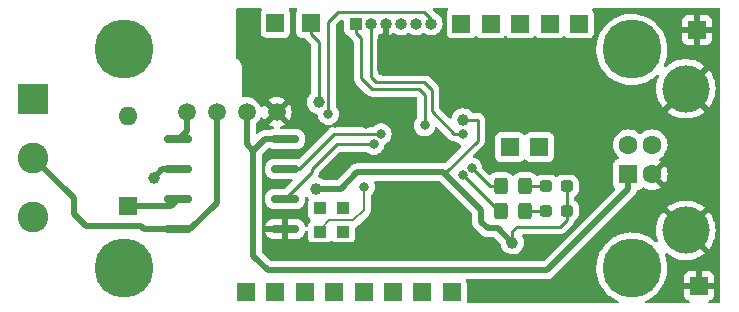
<source format=gbr>
G04 #@! TF.GenerationSoftware,KiCad,Pcbnew,6.0.5*
G04 #@! TF.CreationDate,2023-01-15T17:00:17+03:00*
G04 #@! TF.ProjectId,stm32,73746d33-322e-46b6-9963-61645f706362,rev?*
G04 #@! TF.SameCoordinates,Original*
G04 #@! TF.FileFunction,Copper,L2,Bot*
G04 #@! TF.FilePolarity,Positive*
%FSLAX46Y46*%
G04 Gerber Fmt 4.6, Leading zero omitted, Abs format (unit mm)*
G04 Created by KiCad (PCBNEW 6.0.5) date 2023-01-15 17:00:17*
%MOMM*%
%LPD*%
G01*
G04 APERTURE LIST*
G04 Aperture macros list*
%AMRoundRect*
0 Rectangle with rounded corners*
0 $1 Rounding radius*
0 $2 $3 $4 $5 $6 $7 $8 $9 X,Y pos of 4 corners*
0 Add a 4 corners polygon primitive as box body*
4,1,4,$2,$3,$4,$5,$6,$7,$8,$9,$2,$3,0*
0 Add four circle primitives for the rounded corners*
1,1,$1+$1,$2,$3*
1,1,$1+$1,$4,$5*
1,1,$1+$1,$6,$7*
1,1,$1+$1,$8,$9*
0 Add four rect primitives between the rounded corners*
20,1,$1+$1,$2,$3,$4,$5,0*
20,1,$1+$1,$4,$5,$6,$7,0*
20,1,$1+$1,$6,$7,$8,$9,0*
20,1,$1+$1,$8,$9,$2,$3,0*%
G04 Aperture macros list end*
G04 #@! TA.AperFunction,ComponentPad*
%ADD10C,5.000000*%
G04 #@! TD*
G04 #@! TA.AperFunction,SMDPad,CuDef*
%ADD11RoundRect,0.250000X-0.325000X-0.450000X0.325000X-0.450000X0.325000X0.450000X-0.325000X0.450000X0*%
G04 #@! TD*
G04 #@! TA.AperFunction,ComponentPad*
%ADD12R,2.600000X2.600000*%
G04 #@! TD*
G04 #@! TA.AperFunction,ComponentPad*
%ADD13C,2.600000*%
G04 #@! TD*
G04 #@! TA.AperFunction,ComponentPad*
%ADD14R,1.000000X1.000000*%
G04 #@! TD*
G04 #@! TA.AperFunction,ComponentPad*
%ADD15O,1.000000X1.000000*%
G04 #@! TD*
G04 #@! TA.AperFunction,SMDPad,CuDef*
%ADD16RoundRect,0.237500X-0.287500X-0.237500X0.287500X-0.237500X0.287500X0.237500X-0.287500X0.237500X0*%
G04 #@! TD*
G04 #@! TA.AperFunction,ComponentPad*
%ADD17R,1.600000X1.600000*%
G04 #@! TD*
G04 #@! TA.AperFunction,ComponentPad*
%ADD18O,1.600000X1.600000*%
G04 #@! TD*
G04 #@! TA.AperFunction,SMDPad,CuDef*
%ADD19RoundRect,0.162500X1.012500X0.162500X-1.012500X0.162500X-1.012500X-0.162500X1.012500X-0.162500X0*%
G04 #@! TD*
G04 #@! TA.AperFunction,ComponentPad*
%ADD20C,1.500000*%
G04 #@! TD*
G04 #@! TA.AperFunction,ComponentPad*
%ADD21C,1.600000*%
G04 #@! TD*
G04 #@! TA.AperFunction,ComponentPad*
%ADD22C,4.000000*%
G04 #@! TD*
G04 #@! TA.AperFunction,ComponentPad*
%ADD23R,1.500000X1.500000*%
G04 #@! TD*
G04 #@! TA.AperFunction,ViaPad*
%ADD24C,1.000000*%
G04 #@! TD*
G04 #@! TA.AperFunction,ViaPad*
%ADD25C,0.800000*%
G04 #@! TD*
G04 #@! TA.AperFunction,Conductor*
%ADD26C,0.500000*%
G04 #@! TD*
G04 #@! TA.AperFunction,Conductor*
%ADD27C,0.200000*%
G04 #@! TD*
G04 #@! TA.AperFunction,Conductor*
%ADD28C,0.250000*%
G04 #@! TD*
G04 APERTURE END LIST*
D10*
X74500000Y-53500000D03*
X117500000Y-53500000D03*
X117500000Y-72000000D03*
X74500000Y-72000000D03*
D11*
X106408000Y-67157600D03*
X108458000Y-67157600D03*
X106408000Y-65074800D03*
X108458000Y-65074800D03*
D12*
X66802000Y-57658000D03*
D13*
X66802000Y-62658000D03*
X66802000Y-67658000D03*
D14*
X94132400Y-51308000D03*
D15*
X95402400Y-51308000D03*
X96672400Y-51308000D03*
X97942400Y-51308000D03*
X99212400Y-51308000D03*
X100482400Y-51308000D03*
D16*
X110236000Y-67157600D03*
X111986000Y-67157600D03*
X110236000Y-65074800D03*
X111986000Y-65074800D03*
D17*
X74828400Y-66751200D03*
D18*
X74828400Y-59131200D03*
D19*
X88154500Y-61087000D03*
X88154500Y-63627000D03*
X88154500Y-66167000D03*
X88154500Y-68707000D03*
X79104500Y-68707000D03*
X79104500Y-66167000D03*
X79104500Y-63627000D03*
X79104500Y-61087000D03*
D20*
X87439500Y-58801000D03*
X84899500Y-58801000D03*
X82359500Y-58801000D03*
X79819500Y-58801000D03*
D17*
X117221000Y-64071500D03*
D21*
X117221000Y-61571500D03*
X119221000Y-61571500D03*
X119221000Y-64071500D03*
D22*
X122081000Y-68821500D03*
X122081000Y-56821500D03*
D23*
X99771200Y-74066400D03*
X87325200Y-51257200D03*
X103076000Y-51308000D03*
X105562400Y-51308000D03*
X113030000Y-51308000D03*
D14*
X93065600Y-66954400D03*
D23*
X97282000Y-74066400D03*
D14*
X91084400Y-66954400D03*
D23*
X89814400Y-74066400D03*
X94792800Y-74066400D03*
X109677200Y-61772800D03*
X123190000Y-73507600D03*
D14*
X93065600Y-68935600D03*
D23*
X87325200Y-74066400D03*
X108051600Y-51308000D03*
X107188000Y-61772800D03*
X84836000Y-74066400D03*
X92303600Y-74066400D03*
D14*
X91084400Y-68935600D03*
D23*
X102260400Y-74066400D03*
X110540800Y-51308000D03*
X90322400Y-51257200D03*
X123037600Y-51866800D03*
D24*
X99669600Y-61569600D03*
D25*
X90525600Y-59994800D03*
D24*
X109220000Y-58978800D03*
X104698800Y-57962800D03*
X88138000Y-70002400D03*
X100126800Y-53594000D03*
X100279200Y-70027800D03*
D25*
X94996000Y-59817000D03*
D24*
X107391200Y-69850000D03*
X90982800Y-57962800D03*
X103225600Y-59486800D03*
X90728800Y-65278000D03*
D25*
X91795600Y-58978800D03*
X103174800Y-64109600D03*
X103936800Y-63550800D03*
X95656400Y-61518800D03*
X96266000Y-60655200D03*
D24*
X77012800Y-64363600D03*
D25*
X103225600Y-60655200D03*
X99957486Y-59926180D03*
X94843600Y-65125600D03*
D26*
X103022400Y-57962800D02*
X100533200Y-55473600D01*
X119126000Y-58978800D02*
X121056400Y-60909200D01*
X109220000Y-58978800D02*
X107238800Y-58978800D01*
D27*
X90525600Y-59994800D02*
X88633300Y-59994800D01*
X88633300Y-59994800D02*
X87439500Y-58801000D01*
D26*
X96672400Y-52222400D02*
X96672400Y-51308000D01*
X100279200Y-70027800D02*
X88163400Y-70027800D01*
D28*
X94996000Y-59817000D02*
X95808800Y-59029600D01*
D26*
X96164400Y-53594000D02*
X100126800Y-53594000D01*
X96164400Y-55219600D02*
X96164400Y-53594000D01*
D28*
X95808800Y-59029600D02*
X97688400Y-59029600D01*
D26*
X96164400Y-52730400D02*
X96672400Y-52222400D01*
D28*
X98094800Y-59436000D02*
X98094800Y-59994800D01*
X97688400Y-59029600D02*
X98094800Y-59436000D01*
D26*
X104698800Y-57962800D02*
X103022400Y-57962800D01*
D27*
X92278200Y-59994800D02*
X90525600Y-59994800D01*
D26*
X121056400Y-62236100D02*
X119221000Y-64071500D01*
X107238800Y-58978800D02*
X106629200Y-58978800D01*
D28*
X92456000Y-59817000D02*
X92278200Y-59994800D01*
X94996000Y-59817000D02*
X92456000Y-59817000D01*
D26*
X109220000Y-58978800D02*
X119126000Y-58978800D01*
X96164400Y-53594000D02*
X96164400Y-52730400D01*
X100533200Y-55473600D02*
X96418400Y-55473600D01*
X104698800Y-57962800D02*
X105613200Y-57962800D01*
X88163400Y-70027800D02*
X88138000Y-70002400D01*
X105613200Y-57962800D02*
X106629200Y-58978800D01*
X88154500Y-69985900D02*
X88138000Y-70002400D01*
X121056400Y-60909200D02*
X121056400Y-62236100D01*
D28*
X98094800Y-59994800D02*
X99669600Y-61569600D01*
D26*
X96418400Y-55473600D02*
X96164400Y-55219600D01*
X88154500Y-68707000D02*
X88154500Y-69985900D01*
D28*
X101752400Y-63906400D02*
X101523800Y-63906400D01*
D26*
X92862400Y-65278000D02*
X94234000Y-63906400D01*
D28*
X90322400Y-51257200D02*
X90322400Y-52171600D01*
D26*
X90728800Y-65278000D02*
X92862400Y-65278000D01*
X104724200Y-68072000D02*
X104724200Y-67106800D01*
X104724200Y-67106800D02*
X101523800Y-63906400D01*
X94234000Y-63906400D02*
X101523800Y-63906400D01*
D28*
X107391200Y-69850000D02*
X107391200Y-68884800D01*
X111986000Y-65074800D02*
X111986000Y-67157600D01*
X104444800Y-59486800D02*
X103225600Y-59486800D01*
D26*
X106197400Y-68656200D02*
X105308400Y-68656200D01*
X105308400Y-68656200D02*
X104724200Y-68072000D01*
D28*
X104444800Y-61214000D02*
X101752400Y-63906400D01*
X90322400Y-52171600D02*
X90982800Y-52832000D01*
X104444800Y-59486800D02*
X104444800Y-61214000D01*
X111986000Y-67157600D02*
X111986000Y-67947600D01*
X107772200Y-68503800D02*
X111429800Y-68503800D01*
D26*
X107391200Y-69850000D02*
X106197400Y-68656200D01*
D28*
X111986000Y-67947600D02*
X111429800Y-68503800D01*
X90982800Y-52832000D02*
X90982800Y-57962800D01*
X107391200Y-68884800D02*
X107772200Y-68503800D01*
D26*
X85445600Y-62077600D02*
X86436200Y-61087000D01*
X86664800Y-72186800D02*
X110313200Y-72186800D01*
X86436200Y-61087000D02*
X88154500Y-61087000D01*
X110313200Y-72186800D02*
X117221000Y-65279000D01*
X85445600Y-62077600D02*
X85445600Y-70967600D01*
X84899500Y-58801000D02*
X84899500Y-61531500D01*
X84899500Y-61531500D02*
X85445600Y-62077600D01*
X117221000Y-65279000D02*
X117221000Y-64071500D01*
X85445600Y-70967600D02*
X86664800Y-72186800D01*
D28*
X91795600Y-51181000D02*
X91795600Y-58978800D01*
X100482400Y-50901600D02*
X99949000Y-50368200D01*
X99949000Y-50368200D02*
X92608400Y-50368200D01*
X100482400Y-51308000D02*
X100482400Y-50901600D01*
X92608400Y-50368200D02*
X91795600Y-51181000D01*
X110236000Y-67157600D02*
X108458000Y-67157600D01*
X106222800Y-67157600D02*
X106408000Y-67157600D01*
X103174800Y-64109600D02*
X106222800Y-67157600D01*
X105460800Y-65074800D02*
X103936800Y-63550800D01*
X106408000Y-65074800D02*
X105460800Y-65074800D01*
X88154500Y-66167000D02*
X88154500Y-66150500D01*
X88154500Y-66150500D02*
X90398600Y-63906400D01*
X90398600Y-63627000D02*
X90690700Y-63334900D01*
X95656400Y-61518800D02*
X92506800Y-61518800D01*
X92506800Y-61518800D02*
X90690700Y-63334900D01*
X90398600Y-63906400D02*
X90398600Y-63627000D01*
X89331800Y-63627000D02*
X88154500Y-63627000D01*
X96266000Y-60655200D02*
X92303600Y-60655200D01*
X92303600Y-60655200D02*
X89331800Y-63627000D01*
D26*
X78520300Y-66751200D02*
X79104500Y-66167000D01*
X74828400Y-66751200D02*
X78520300Y-66751200D01*
X79104500Y-63627000D02*
X77749400Y-63627000D01*
X77749400Y-63627000D02*
X77012800Y-64363600D01*
D28*
X108458000Y-65074800D02*
X110236000Y-65074800D01*
X100584000Y-58750200D02*
X102489000Y-60655200D01*
X95402400Y-51308000D02*
X95402400Y-55803800D01*
X102489000Y-60655200D02*
X103225600Y-60655200D01*
X95402400Y-55803800D02*
X95859600Y-56261000D01*
X100584000Y-56946800D02*
X100584000Y-58750200D01*
X99898200Y-56261000D02*
X100584000Y-56946800D01*
X95859600Y-56261000D02*
X99898200Y-56261000D01*
X94602300Y-52565300D02*
X94132400Y-52095400D01*
X99957486Y-57344714D02*
X99957486Y-59926180D01*
X94602300Y-55943500D02*
X94602300Y-52565300D01*
X94602300Y-55943500D02*
X95529400Y-56870600D01*
X94132400Y-51308000D02*
X94132400Y-52095400D01*
X95529400Y-56870600D02*
X99483372Y-56870600D01*
X99483372Y-56870600D02*
X99957486Y-57344714D01*
D26*
X79819500Y-60372000D02*
X79104500Y-61087000D01*
X79819500Y-58801000D02*
X79819500Y-60372000D01*
X75946000Y-68427600D02*
X71272400Y-68427600D01*
X79104500Y-68707000D02*
X80137000Y-68707000D01*
X82359500Y-66484500D02*
X82359500Y-58801000D01*
X70256400Y-66112400D02*
X66802000Y-62658000D01*
X80137000Y-68707000D02*
X82359500Y-66484500D01*
X76225400Y-68707000D02*
X75946000Y-68427600D01*
X71272400Y-68427600D02*
X70256400Y-67411600D01*
X79104500Y-68707000D02*
X76225400Y-68707000D01*
X70256400Y-67411600D02*
X70256400Y-66112400D01*
D27*
X91084400Y-68783200D02*
X91084400Y-68935600D01*
X94843600Y-65125600D02*
X94843600Y-67056000D01*
X93929200Y-67970400D02*
X91897200Y-67970400D01*
X94843600Y-67056000D02*
X93929200Y-67970400D01*
X91897200Y-67970400D02*
X91084400Y-68783200D01*
G04 #@! TA.AperFunction,Conductor*
G36*
X86145669Y-50020502D02*
G01*
X86192162Y-50074158D01*
X86202266Y-50144432D01*
X86178375Y-50202063D01*
X86131674Y-50264376D01*
X86081349Y-50398620D01*
X86080496Y-50406470D01*
X86080496Y-50406471D01*
X86076019Y-50447683D01*
X86074700Y-50459823D01*
X86074701Y-52054576D01*
X86075070Y-52057970D01*
X86075070Y-52057976D01*
X86080219Y-52105376D01*
X86081349Y-52115780D01*
X86131674Y-52250024D01*
X86137054Y-52257203D01*
X86137056Y-52257206D01*
X86203447Y-52345790D01*
X86217654Y-52364746D01*
X86224835Y-52370128D01*
X86325194Y-52445344D01*
X86325197Y-52445346D01*
X86332376Y-52450726D01*
X86406611Y-52478555D01*
X86459225Y-52498279D01*
X86459227Y-52498279D01*
X86466620Y-52501051D01*
X86474470Y-52501904D01*
X86474471Y-52501904D01*
X86524417Y-52507330D01*
X86527823Y-52507700D01*
X87325083Y-52507700D01*
X88122576Y-52507699D01*
X88125970Y-52507330D01*
X88125976Y-52507330D01*
X88175922Y-52501905D01*
X88175926Y-52501904D01*
X88183780Y-52501051D01*
X88318024Y-52450726D01*
X88325203Y-52445346D01*
X88325206Y-52445344D01*
X88425565Y-52370128D01*
X88432746Y-52364746D01*
X88446953Y-52345790D01*
X88513344Y-52257206D01*
X88513346Y-52257203D01*
X88518726Y-52250024D01*
X88563405Y-52130841D01*
X88566279Y-52123175D01*
X88566279Y-52123173D01*
X88569051Y-52115780D01*
X88575328Y-52058006D01*
X88575331Y-52057974D01*
X88575331Y-52057973D01*
X88575700Y-52054577D01*
X88575699Y-50459824D01*
X88574569Y-50449420D01*
X88569905Y-50406478D01*
X88569904Y-50406474D01*
X88569051Y-50398620D01*
X88518726Y-50264376D01*
X88472025Y-50202064D01*
X88447178Y-50135559D01*
X88462231Y-50066177D01*
X88512405Y-50015946D01*
X88572852Y-50000500D01*
X89074748Y-50000500D01*
X89142869Y-50020502D01*
X89189362Y-50074158D01*
X89199466Y-50144432D01*
X89175575Y-50202063D01*
X89128874Y-50264376D01*
X89078549Y-50398620D01*
X89077696Y-50406470D01*
X89077696Y-50406471D01*
X89073219Y-50447683D01*
X89071900Y-50459823D01*
X89071901Y-52054576D01*
X89072270Y-52057970D01*
X89072270Y-52057976D01*
X89077419Y-52105376D01*
X89078549Y-52115780D01*
X89128874Y-52250024D01*
X89134254Y-52257203D01*
X89134256Y-52257206D01*
X89200647Y-52345790D01*
X89214854Y-52364746D01*
X89222035Y-52370128D01*
X89322394Y-52445344D01*
X89322397Y-52445346D01*
X89329576Y-52450726D01*
X89403811Y-52478555D01*
X89456425Y-52498279D01*
X89456427Y-52498279D01*
X89463820Y-52501051D01*
X89471670Y-52501904D01*
X89471671Y-52501904D01*
X89521617Y-52507330D01*
X89525023Y-52507700D01*
X89724729Y-52507700D01*
X89792850Y-52527702D01*
X89822167Y-52554532D01*
X89824230Y-52558020D01*
X89838280Y-52572070D01*
X89851121Y-52587104D01*
X89862806Y-52603187D01*
X89868914Y-52608240D01*
X89896389Y-52630969D01*
X89905169Y-52638959D01*
X90320395Y-53054185D01*
X90354421Y-53116497D01*
X90357300Y-53143280D01*
X90357300Y-57121508D01*
X90337298Y-57189629D01*
X90310253Y-57219704D01*
X90284202Y-57240650D01*
X90279400Y-57244511D01*
X90153280Y-57394816D01*
X90150316Y-57400208D01*
X90150313Y-57400212D01*
X90086602Y-57516102D01*
X90058756Y-57566754D01*
X90056895Y-57572621D01*
X90056894Y-57572623D01*
X90041413Y-57621425D01*
X89999428Y-57753778D01*
X89977557Y-57948763D01*
X89993975Y-58144283D01*
X90048058Y-58332891D01*
X90050876Y-58338374D01*
X90134923Y-58501913D01*
X90134926Y-58501917D01*
X90137744Y-58507401D01*
X90259618Y-58661169D01*
X90264311Y-58665163D01*
X90264312Y-58665164D01*
X90397877Y-58778836D01*
X90409038Y-58788335D01*
X90414416Y-58791341D01*
X90414418Y-58791342D01*
X90426392Y-58798034D01*
X90580313Y-58884057D01*
X90766918Y-58944689D01*
X90773027Y-58945417D01*
X90773034Y-58945419D01*
X90788194Y-58947226D01*
X90853468Y-58975153D01*
X90893281Y-59033935D01*
X90898587Y-59059170D01*
X90906561Y-59135035D01*
X90909926Y-59167056D01*
X90968421Y-59347084D01*
X90971724Y-59352806D01*
X90971725Y-59352807D01*
X90976526Y-59361122D01*
X91063067Y-59511016D01*
X91067485Y-59515923D01*
X91067486Y-59515924D01*
X91146219Y-59603365D01*
X91189729Y-59651688D01*
X91342870Y-59762951D01*
X91515797Y-59839944D01*
X91613812Y-59860778D01*
X91694497Y-59877928D01*
X91694501Y-59877928D01*
X91700954Y-59879300D01*
X91890246Y-59879300D01*
X91896704Y-59877927D01*
X91896707Y-59877927D01*
X91900264Y-59877171D01*
X91902372Y-59877332D01*
X91903274Y-59877237D01*
X91903291Y-59877402D01*
X91971055Y-59882571D01*
X92027688Y-59925387D01*
X92052183Y-59992024D01*
X92036763Y-60061326D01*
X91997954Y-60100079D01*
X91999868Y-60102714D01*
X91964612Y-60128329D01*
X91954690Y-60134846D01*
X91924010Y-60152990D01*
X91924006Y-60152993D01*
X91917180Y-60157030D01*
X91903130Y-60171080D01*
X91888096Y-60183921D01*
X91872013Y-60195606D01*
X91866960Y-60201714D01*
X91844231Y-60229189D01*
X91836241Y-60237969D01*
X89309591Y-62764618D01*
X89247279Y-62798644D01*
X89219998Y-62800941D01*
X89219998Y-62801500D01*
X87089002Y-62801500D01*
X87020290Y-62807814D01*
X87013906Y-62809815D01*
X87013904Y-62809815D01*
X86874411Y-62853529D01*
X86874409Y-62853530D01*
X86867162Y-62855801D01*
X86729900Y-62938930D01*
X86616430Y-63052400D01*
X86612496Y-63058896D01*
X86549497Y-63162920D01*
X86533301Y-63189662D01*
X86531030Y-63196909D01*
X86531029Y-63196911D01*
X86493252Y-63317460D01*
X86485314Y-63342790D01*
X86479000Y-63411502D01*
X86479000Y-63842498D01*
X86485314Y-63911210D01*
X86487315Y-63917594D01*
X86487315Y-63917596D01*
X86524990Y-64037816D01*
X86533301Y-64064338D01*
X86616430Y-64201600D01*
X86729900Y-64315070D01*
X86867162Y-64398199D01*
X86874409Y-64400470D01*
X86874411Y-64400471D01*
X87013904Y-64444185D01*
X87013906Y-64444185D01*
X87020290Y-64446186D01*
X87089002Y-64452500D01*
X88663719Y-64452500D01*
X88731840Y-64472502D01*
X88778333Y-64526158D01*
X88788437Y-64596432D01*
X88758943Y-64661012D01*
X88752817Y-64667592D01*
X88115813Y-65304596D01*
X88053501Y-65338621D01*
X88026718Y-65341500D01*
X87089002Y-65341500D01*
X87020290Y-65347814D01*
X87013906Y-65349815D01*
X87013904Y-65349815D01*
X86874411Y-65393529D01*
X86874409Y-65393530D01*
X86867162Y-65395801D01*
X86729900Y-65478930D01*
X86616430Y-65592400D01*
X86582702Y-65648091D01*
X86559250Y-65686816D01*
X86533301Y-65729662D01*
X86531030Y-65736909D01*
X86531029Y-65736911D01*
X86487315Y-65876404D01*
X86485314Y-65882790D01*
X86479000Y-65951502D01*
X86479000Y-66382498D01*
X86485314Y-66451210D01*
X86533301Y-66604338D01*
X86616430Y-66741600D01*
X86729900Y-66855070D01*
X86867162Y-66938199D01*
X86874409Y-66940470D01*
X86874411Y-66940471D01*
X87013904Y-66984185D01*
X87013906Y-66984185D01*
X87020290Y-66986186D01*
X87089002Y-66992500D01*
X89219998Y-66992500D01*
X89288710Y-66986186D01*
X89295094Y-66984185D01*
X89295096Y-66984185D01*
X89434589Y-66940471D01*
X89434591Y-66940470D01*
X89441838Y-66938199D01*
X89579100Y-66855070D01*
X89692570Y-66741600D01*
X89775699Y-66604338D01*
X89823686Y-66451210D01*
X89830000Y-66382498D01*
X89830000Y-66099595D01*
X89850002Y-66031474D01*
X89903658Y-65984981D01*
X89973932Y-65974877D01*
X90037662Y-66003641D01*
X90052485Y-66016256D01*
X90108597Y-66064011D01*
X90147510Y-66123394D01*
X90148141Y-66194388D01*
X90141370Y-66210915D01*
X90140874Y-66211576D01*
X90138457Y-66218025D01*
X90138456Y-66218026D01*
X90093557Y-66337797D01*
X90090549Y-66345820D01*
X90089696Y-66353670D01*
X90089696Y-66353671D01*
X90085938Y-66388266D01*
X90083900Y-66407023D01*
X90083901Y-67501776D01*
X90084270Y-67505170D01*
X90084270Y-67505176D01*
X90089389Y-67552300D01*
X90090549Y-67562980D01*
X90140874Y-67697224D01*
X90146254Y-67704403D01*
X90146256Y-67704406D01*
X90154457Y-67715348D01*
X90226854Y-67811946D01*
X90269857Y-67844175D01*
X90312370Y-67901034D01*
X90317395Y-67971853D01*
X90283335Y-68034146D01*
X90269860Y-68045823D01*
X90226854Y-68078054D01*
X90221472Y-68085235D01*
X90146256Y-68185594D01*
X90146254Y-68185597D01*
X90140874Y-68192776D01*
X90090549Y-68327020D01*
X90083900Y-68388223D01*
X90083900Y-68424186D01*
X90063898Y-68492307D01*
X90010242Y-68538800D01*
X89939968Y-68548904D01*
X89875388Y-68519410D01*
X89837004Y-68459684D01*
X89832429Y-68435715D01*
X89831727Y-68428077D01*
X89829114Y-68415030D01*
X89784857Y-68273802D01*
X89778651Y-68260057D01*
X89702450Y-68134235D01*
X89693143Y-68122366D01*
X89589134Y-68018357D01*
X89577265Y-68009050D01*
X89451443Y-67932849D01*
X89437698Y-67926643D01*
X89296470Y-67882386D01*
X89283423Y-67879773D01*
X89223489Y-67874266D01*
X89217700Y-67874000D01*
X88426615Y-67874000D01*
X88411376Y-67878475D01*
X88410171Y-67879865D01*
X88408500Y-67887548D01*
X88408500Y-69521885D01*
X88412975Y-69537124D01*
X88414365Y-69538329D01*
X88422048Y-69540000D01*
X89217700Y-69540000D01*
X89223489Y-69539734D01*
X89283423Y-69534227D01*
X89296470Y-69531614D01*
X89437698Y-69487357D01*
X89451443Y-69481151D01*
X89577265Y-69404950D01*
X89589134Y-69395643D01*
X89693143Y-69291634D01*
X89702450Y-69279765D01*
X89778651Y-69153943D01*
X89784857Y-69140198D01*
X89829114Y-68998970D01*
X89831727Y-68985924D01*
X89832430Y-68978276D01*
X89858583Y-68912272D01*
X89916269Y-68870885D01*
X89987173Y-68867256D01*
X90048783Y-68902537D01*
X90081539Y-68965526D01*
X90083901Y-68989804D01*
X90083901Y-69482976D01*
X90084270Y-69486370D01*
X90084270Y-69486376D01*
X90089609Y-69535525D01*
X90090549Y-69544180D01*
X90140874Y-69678424D01*
X90146254Y-69685603D01*
X90146256Y-69685606D01*
X90205000Y-69763987D01*
X90226854Y-69793146D01*
X90234035Y-69798528D01*
X90334394Y-69873744D01*
X90334397Y-69873746D01*
X90341576Y-69879126D01*
X90430752Y-69912556D01*
X90468425Y-69926679D01*
X90468427Y-69926679D01*
X90475820Y-69929451D01*
X90483670Y-69930304D01*
X90483671Y-69930304D01*
X90533617Y-69935730D01*
X90537023Y-69936100D01*
X91084319Y-69936100D01*
X91631776Y-69936099D01*
X91635170Y-69935730D01*
X91635176Y-69935730D01*
X91685122Y-69930305D01*
X91685126Y-69930304D01*
X91692980Y-69929451D01*
X91827224Y-69879126D01*
X91834403Y-69873746D01*
X91834406Y-69873744D01*
X91934765Y-69798528D01*
X91941946Y-69793146D01*
X91974175Y-69750143D01*
X92031034Y-69707630D01*
X92101853Y-69702605D01*
X92164146Y-69736665D01*
X92175823Y-69750140D01*
X92208054Y-69793146D01*
X92215235Y-69798528D01*
X92315594Y-69873744D01*
X92315597Y-69873746D01*
X92322776Y-69879126D01*
X92411952Y-69912556D01*
X92449625Y-69926679D01*
X92449627Y-69926679D01*
X92457020Y-69929451D01*
X92464870Y-69930304D01*
X92464871Y-69930304D01*
X92514817Y-69935730D01*
X92518223Y-69936100D01*
X93065519Y-69936100D01*
X93612976Y-69936099D01*
X93616370Y-69935730D01*
X93616376Y-69935730D01*
X93666322Y-69930305D01*
X93666326Y-69930304D01*
X93674180Y-69929451D01*
X93808424Y-69879126D01*
X93815603Y-69873746D01*
X93815606Y-69873744D01*
X93915965Y-69798528D01*
X93923146Y-69793146D01*
X93945000Y-69763987D01*
X94003744Y-69685606D01*
X94003746Y-69685603D01*
X94009126Y-69678424D01*
X94059451Y-69544180D01*
X94066100Y-69482977D01*
X94066099Y-68647862D01*
X94086101Y-68579741D01*
X94143881Y-68531453D01*
X94144113Y-68531357D01*
X94232041Y-68494936D01*
X94357482Y-68398682D01*
X94365508Y-68388223D01*
X94376629Y-68373729D01*
X94387497Y-68361338D01*
X95234538Y-67514297D01*
X95246929Y-67503429D01*
X95265336Y-67489305D01*
X95271882Y-67484282D01*
X95368136Y-67358841D01*
X95428644Y-67212762D01*
X95444100Y-67095361D01*
X95449282Y-67056000D01*
X95445178Y-67024827D01*
X95444100Y-67008381D01*
X95444100Y-65852820D01*
X95464102Y-65784699D01*
X95476464Y-65768509D01*
X95487122Y-65756673D01*
X95576133Y-65657816D01*
X95590721Y-65632548D01*
X95667475Y-65499607D01*
X95667476Y-65499606D01*
X95670779Y-65493884D01*
X95729274Y-65313856D01*
X95730023Y-65306736D01*
X95748370Y-65132165D01*
X95749060Y-65125600D01*
X95746992Y-65105920D01*
X95729964Y-64943907D01*
X95729964Y-64943905D01*
X95729274Y-64937344D01*
X95691743Y-64821836D01*
X95689715Y-64750869D01*
X95726378Y-64690071D01*
X95790090Y-64658745D01*
X95811576Y-64656900D01*
X101160743Y-64656900D01*
X101228864Y-64676902D01*
X101249838Y-64693805D01*
X103936795Y-67380762D01*
X103970821Y-67443074D01*
X103973700Y-67469857D01*
X103973700Y-68005546D01*
X103972267Y-68024496D01*
X103969052Y-68045630D01*
X103969645Y-68052922D01*
X103969645Y-68052924D01*
X103973285Y-68097675D01*
X103973700Y-68107889D01*
X103973700Y-68115822D01*
X103974125Y-68119466D01*
X103976954Y-68143736D01*
X103977387Y-68148111D01*
X103983239Y-68220059D01*
X103985494Y-68227021D01*
X103986652Y-68232816D01*
X103988009Y-68238558D01*
X103988857Y-68245828D01*
X104013506Y-68313736D01*
X104014923Y-68317864D01*
X104029007Y-68361338D01*
X104037173Y-68386546D01*
X104040968Y-68392800D01*
X104043431Y-68398179D01*
X104046073Y-68403455D01*
X104048569Y-68410331D01*
X104076354Y-68452710D01*
X104088140Y-68470687D01*
X104090486Y-68474406D01*
X104125046Y-68531357D01*
X104127961Y-68536160D01*
X104131673Y-68540362D01*
X104131674Y-68540364D01*
X104135285Y-68544452D01*
X104135260Y-68544474D01*
X104138006Y-68547569D01*
X104140509Y-68550563D01*
X104144523Y-68556685D01*
X104149836Y-68561718D01*
X104200152Y-68609383D01*
X104202594Y-68611761D01*
X104730722Y-69139889D01*
X104743109Y-69154302D01*
X104751441Y-69165625D01*
X104751445Y-69165629D01*
X104755783Y-69171524D01*
X104795600Y-69205351D01*
X104803104Y-69212271D01*
X104808704Y-69217871D01*
X104811576Y-69220143D01*
X104830742Y-69235307D01*
X104834121Y-69238078D01*
X104889155Y-69284832D01*
X104895676Y-69288161D01*
X104900607Y-69291450D01*
X104905609Y-69294540D01*
X104911349Y-69299081D01*
X104917980Y-69302180D01*
X104917983Y-69302182D01*
X104976763Y-69329654D01*
X104980704Y-69331580D01*
X105045016Y-69364419D01*
X105052127Y-69366159D01*
X105057669Y-69368220D01*
X105063262Y-69370081D01*
X105069893Y-69373180D01*
X105077055Y-69374670D01*
X105077056Y-69374670D01*
X105140609Y-69387889D01*
X105144893Y-69388859D01*
X105215006Y-69406015D01*
X105220606Y-69406362D01*
X105220610Y-69406363D01*
X105226048Y-69406700D01*
X105226046Y-69406732D01*
X105230159Y-69406979D01*
X105234066Y-69407328D01*
X105241231Y-69408818D01*
X105317816Y-69406746D01*
X105321224Y-69406700D01*
X105834343Y-69406700D01*
X105902464Y-69426702D01*
X105923438Y-69443605D01*
X106359784Y-69879951D01*
X106393810Y-69942263D01*
X106396247Y-69958503D01*
X106402375Y-70031483D01*
X106456458Y-70220091D01*
X106459276Y-70225574D01*
X106543323Y-70389113D01*
X106543326Y-70389117D01*
X106546144Y-70394601D01*
X106668018Y-70548369D01*
X106672711Y-70552363D01*
X106672712Y-70552364D01*
X106795346Y-70656733D01*
X106817438Y-70675535D01*
X106822816Y-70678541D01*
X106822818Y-70678542D01*
X106859132Y-70698837D01*
X106988713Y-70771257D01*
X107175318Y-70831889D01*
X107370146Y-70855121D01*
X107376281Y-70854649D01*
X107376283Y-70854649D01*
X107559634Y-70840541D01*
X107559638Y-70840540D01*
X107565776Y-70840068D01*
X107754756Y-70787303D01*
X107929889Y-70698837D01*
X107936544Y-70693638D01*
X108048942Y-70605823D01*
X108084503Y-70578040D01*
X108114284Y-70543539D01*
X108208685Y-70434173D01*
X108208685Y-70434172D01*
X108212709Y-70429511D01*
X108309625Y-70258909D01*
X108371558Y-70072732D01*
X108396149Y-69878071D01*
X108396541Y-69850000D01*
X108377394Y-69654728D01*
X108375613Y-69648829D01*
X108375612Y-69648824D01*
X108322465Y-69472793D01*
X108320684Y-69466894D01*
X108293084Y-69414986D01*
X108239630Y-69314453D01*
X108225310Y-69244916D01*
X108250858Y-69178675D01*
X108308163Y-69136763D01*
X108350881Y-69129300D01*
X111352097Y-69129300D01*
X111363057Y-69129817D01*
X111370467Y-69131473D01*
X111378393Y-69131224D01*
X111378394Y-69131224D01*
X111437641Y-69129362D01*
X111441599Y-69129300D01*
X111469150Y-69129300D01*
X111473073Y-69128804D01*
X111473188Y-69128797D01*
X111484868Y-69127877D01*
X111528427Y-69126509D01*
X111547516Y-69120963D01*
X111566862Y-69116956D01*
X111586592Y-69114464D01*
X111627123Y-69098416D01*
X111638324Y-69094581D01*
X111680190Y-69082418D01*
X111697299Y-69072300D01*
X111715045Y-69063605D01*
X111733532Y-69056286D01*
X111768791Y-69030669D01*
X111778710Y-69024154D01*
X111809390Y-69006010D01*
X111809394Y-69006007D01*
X111816220Y-69001970D01*
X111830270Y-68987920D01*
X111845304Y-68975079D01*
X111854973Y-68968054D01*
X111861387Y-68963394D01*
X111889170Y-68929810D01*
X111897159Y-68921031D01*
X112373346Y-68444844D01*
X112381467Y-68437454D01*
X112387877Y-68433386D01*
X112396517Y-68424186D01*
X112433901Y-68384376D01*
X112436656Y-68381534D01*
X112456120Y-68362070D01*
X112458548Y-68358940D01*
X112458638Y-68358838D01*
X112466226Y-68349954D01*
X112483406Y-68331659D01*
X112496062Y-68318182D01*
X112505638Y-68300763D01*
X112516493Y-68284239D01*
X112523816Y-68274799D01*
X112523817Y-68274798D01*
X112528674Y-68268536D01*
X112545991Y-68228520D01*
X112551206Y-68217875D01*
X112568376Y-68186643D01*
X112568377Y-68186641D01*
X112572197Y-68179692D01*
X112577140Y-68160441D01*
X112583544Y-68141737D01*
X112588289Y-68130772D01*
X112588289Y-68130771D01*
X112591438Y-68123495D01*
X112592678Y-68115665D01*
X112594890Y-68108052D01*
X112596511Y-68108523D01*
X112622872Y-68052924D01*
X112650600Y-68029650D01*
X112728802Y-67981257D01*
X112728809Y-67981251D01*
X112735028Y-67977403D01*
X112856608Y-67855611D01*
X112861080Y-67848357D01*
X112887950Y-67804765D01*
X112946908Y-67709116D01*
X112950853Y-67697224D01*
X112998922Y-67552300D01*
X113001086Y-67545776D01*
X113004312Y-67514297D01*
X113008057Y-67477736D01*
X113011500Y-67444135D01*
X113011499Y-66871066D01*
X113009840Y-66855070D01*
X113001533Y-66775012D01*
X113000822Y-66768155D01*
X112946359Y-66604910D01*
X112855803Y-66458572D01*
X112734011Y-66336992D01*
X112671383Y-66298388D01*
X112623891Y-66245617D01*
X112611500Y-66191129D01*
X112611500Y-66041248D01*
X112631502Y-65973127D01*
X112671197Y-65934104D01*
X112728802Y-65898457D01*
X112728809Y-65898451D01*
X112735028Y-65894603D01*
X112856608Y-65772811D01*
X112861080Y-65765557D01*
X112902571Y-65698245D01*
X112946908Y-65626316D01*
X113001086Y-65462976D01*
X113011500Y-65361335D01*
X113011499Y-64788266D01*
X113011027Y-64783711D01*
X113004729Y-64723011D01*
X113000822Y-64685355D01*
X112946359Y-64522110D01*
X112855803Y-64375772D01*
X112734011Y-64254192D01*
X112587516Y-64163892D01*
X112564474Y-64156249D01*
X112430700Y-64111878D01*
X112430701Y-64111878D01*
X112424176Y-64109714D01*
X112417343Y-64109014D01*
X112417339Y-64109013D01*
X112363069Y-64103453D01*
X112322535Y-64099300D01*
X111988596Y-64099300D01*
X111649466Y-64099301D01*
X111646222Y-64099638D01*
X111646214Y-64099638D01*
X111600858Y-64104344D01*
X111546555Y-64109978D01*
X111383310Y-64164441D01*
X111236972Y-64254997D01*
X111231803Y-64260175D01*
X111200132Y-64291901D01*
X111137849Y-64325980D01*
X111067029Y-64320977D01*
X111021941Y-64292056D01*
X110989191Y-64259363D01*
X110984011Y-64254192D01*
X110837516Y-64163892D01*
X110814474Y-64156249D01*
X110680700Y-64111878D01*
X110680701Y-64111878D01*
X110674176Y-64109714D01*
X110667343Y-64109014D01*
X110667339Y-64109013D01*
X110613069Y-64103453D01*
X110572535Y-64099300D01*
X110238596Y-64099300D01*
X109899466Y-64099301D01*
X109896222Y-64099638D01*
X109896214Y-64099638D01*
X109850858Y-64104344D01*
X109796555Y-64109978D01*
X109633310Y-64164441D01*
X109561567Y-64208837D01*
X109557811Y-64211161D01*
X109489359Y-64229998D01*
X109421589Y-64208837D01*
X109384365Y-64170320D01*
X109375166Y-64155455D01*
X109365131Y-64145437D01*
X109296549Y-64076975D01*
X109251311Y-64031816D01*
X109102334Y-63939986D01*
X109084384Y-63934032D01*
X108942759Y-63887056D01*
X108942757Y-63887055D01*
X108936228Y-63884890D01*
X108832866Y-63874300D01*
X108083134Y-63874300D01*
X108079888Y-63874637D01*
X108079884Y-63874637D01*
X107985339Y-63884447D01*
X107985335Y-63884448D01*
X107978481Y-63885159D01*
X107971945Y-63887340D01*
X107971943Y-63887340D01*
X107848613Y-63928486D01*
X107812471Y-63940544D01*
X107663655Y-64032634D01*
X107540016Y-64156489D01*
X107536175Y-64162721D01*
X107531812Y-64168245D01*
X107473895Y-64209308D01*
X107402972Y-64212540D01*
X107341561Y-64176915D01*
X107333979Y-64167085D01*
X107333563Y-64167415D01*
X107329018Y-64161680D01*
X107325166Y-64155455D01*
X107315131Y-64145437D01*
X107246549Y-64076975D01*
X107201311Y-64031816D01*
X107052334Y-63939986D01*
X107034384Y-63934032D01*
X106892759Y-63887056D01*
X106892757Y-63887055D01*
X106886228Y-63884890D01*
X106782866Y-63874300D01*
X106033134Y-63874300D01*
X106029888Y-63874637D01*
X106029884Y-63874637D01*
X105935339Y-63884447D01*
X105935335Y-63884448D01*
X105928481Y-63885159D01*
X105921945Y-63887340D01*
X105921943Y-63887340D01*
X105798613Y-63928486D01*
X105762471Y-63940544D01*
X105613655Y-64032634D01*
X105608482Y-64037816D01*
X105547670Y-64098734D01*
X105485387Y-64132813D01*
X105414567Y-64127810D01*
X105369402Y-64098811D01*
X104876262Y-63605671D01*
X104842236Y-63543359D01*
X104840047Y-63529746D01*
X104823164Y-63369107D01*
X104823164Y-63369105D01*
X104822474Y-63362544D01*
X104763979Y-63182516D01*
X104747390Y-63153782D01*
X104672636Y-63024305D01*
X104669333Y-63018584D01*
X104664914Y-63013676D01*
X104547086Y-62882815D01*
X104547084Y-62882814D01*
X104542671Y-62877912D01*
X104437865Y-62801766D01*
X104394872Y-62770530D01*
X104394871Y-62770529D01*
X104389530Y-62766649D01*
X104216603Y-62689656D01*
X104144335Y-62674295D01*
X104081862Y-62640567D01*
X104047540Y-62578417D01*
X104052268Y-62507578D01*
X104081437Y-62461953D01*
X104832146Y-61711244D01*
X104840267Y-61703854D01*
X104846677Y-61699786D01*
X104892701Y-61650776D01*
X104895456Y-61647934D01*
X104914920Y-61628470D01*
X104917348Y-61625340D01*
X104917438Y-61625238D01*
X104925026Y-61616354D01*
X104949434Y-61590362D01*
X104954862Y-61584582D01*
X104964438Y-61567163D01*
X104975293Y-61550639D01*
X104982616Y-61541199D01*
X104982617Y-61541198D01*
X104987474Y-61534936D01*
X105004791Y-61494920D01*
X105010006Y-61484275D01*
X105027176Y-61453043D01*
X105027177Y-61453041D01*
X105030997Y-61446092D01*
X105035940Y-61426841D01*
X105042344Y-61408137D01*
X105047089Y-61397172D01*
X105047089Y-61397171D01*
X105050238Y-61389895D01*
X105057055Y-61346852D01*
X105059463Y-61335230D01*
X105068328Y-61300704D01*
X105068329Y-61300695D01*
X105070300Y-61293019D01*
X105070300Y-61273144D01*
X105071851Y-61253434D01*
X105073720Y-61241633D01*
X105074960Y-61233804D01*
X105070859Y-61190420D01*
X105070300Y-61178563D01*
X105070300Y-60975423D01*
X105937500Y-60975423D01*
X105937501Y-62570176D01*
X105944149Y-62631380D01*
X105994474Y-62765624D01*
X105999854Y-62772803D01*
X105999856Y-62772806D01*
X106062058Y-62855801D01*
X106080454Y-62880346D01*
X106087635Y-62885728D01*
X106187994Y-62960944D01*
X106187997Y-62960946D01*
X106195176Y-62966326D01*
X106277568Y-62997213D01*
X106322025Y-63013879D01*
X106322027Y-63013879D01*
X106329420Y-63016651D01*
X106337270Y-63017504D01*
X106337271Y-63017504D01*
X106373999Y-63021494D01*
X106390623Y-63023300D01*
X107187883Y-63023300D01*
X107985376Y-63023299D01*
X107988770Y-63022930D01*
X107988776Y-63022930D01*
X108038722Y-63017505D01*
X108038726Y-63017504D01*
X108046580Y-63016651D01*
X108180824Y-62966326D01*
X108188003Y-62960946D01*
X108188006Y-62960944D01*
X108288365Y-62885728D01*
X108295546Y-62880346D01*
X108331775Y-62832006D01*
X108388633Y-62789492D01*
X108459452Y-62784466D01*
X108521745Y-62818526D01*
X108533424Y-62832004D01*
X108569654Y-62880346D01*
X108576835Y-62885728D01*
X108677194Y-62960944D01*
X108677197Y-62960946D01*
X108684376Y-62966326D01*
X108766768Y-62997213D01*
X108811225Y-63013879D01*
X108811227Y-63013879D01*
X108818620Y-63016651D01*
X108826470Y-63017504D01*
X108826471Y-63017504D01*
X108863199Y-63021494D01*
X108879823Y-63023300D01*
X109677083Y-63023300D01*
X110474576Y-63023299D01*
X110477970Y-63022930D01*
X110477976Y-63022930D01*
X110527922Y-63017505D01*
X110527926Y-63017504D01*
X110535780Y-63016651D01*
X110670024Y-62966326D01*
X110677203Y-62960946D01*
X110677206Y-62960944D01*
X110777565Y-62885728D01*
X110784746Y-62880346D01*
X110803142Y-62855801D01*
X110865344Y-62772806D01*
X110865346Y-62772803D01*
X110870726Y-62765624D01*
X110921051Y-62631380D01*
X110927700Y-62570177D01*
X110927699Y-60975424D01*
X110921051Y-60914220D01*
X110870726Y-60779976D01*
X110865346Y-60772797D01*
X110865344Y-60772794D01*
X110790128Y-60672435D01*
X110790127Y-60672434D01*
X110784746Y-60665254D01*
X110763942Y-60649662D01*
X110677206Y-60584656D01*
X110677203Y-60584654D01*
X110670024Y-60579274D01*
X110580639Y-60545766D01*
X110543175Y-60531721D01*
X110543173Y-60531721D01*
X110535780Y-60528949D01*
X110527930Y-60528096D01*
X110527929Y-60528096D01*
X110477974Y-60522669D01*
X110477973Y-60522669D01*
X110474577Y-60522300D01*
X109677317Y-60522300D01*
X108879824Y-60522301D01*
X108876430Y-60522670D01*
X108876424Y-60522670D01*
X108826478Y-60528095D01*
X108826474Y-60528096D01*
X108818620Y-60528949D01*
X108684376Y-60579274D01*
X108677197Y-60584654D01*
X108677194Y-60584656D01*
X108590458Y-60649662D01*
X108569654Y-60665254D01*
X108533858Y-60713017D01*
X108533426Y-60713593D01*
X108476567Y-60756108D01*
X108405748Y-60761134D01*
X108343455Y-60727074D01*
X108331774Y-60713593D01*
X108331343Y-60713017D01*
X108295546Y-60665254D01*
X108274742Y-60649662D01*
X108188006Y-60584656D01*
X108188003Y-60584654D01*
X108180824Y-60579274D01*
X108091439Y-60545766D01*
X108053975Y-60531721D01*
X108053973Y-60531721D01*
X108046580Y-60528949D01*
X108038730Y-60528096D01*
X108038729Y-60528096D01*
X107988774Y-60522669D01*
X107988773Y-60522669D01*
X107985377Y-60522300D01*
X107188117Y-60522300D01*
X106390624Y-60522301D01*
X106387230Y-60522670D01*
X106387224Y-60522670D01*
X106337278Y-60528095D01*
X106337274Y-60528096D01*
X106329420Y-60528949D01*
X106195176Y-60579274D01*
X106187997Y-60584654D01*
X106187994Y-60584656D01*
X106101258Y-60649662D01*
X106080454Y-60665254D01*
X106075073Y-60672434D01*
X106075072Y-60672435D01*
X105999856Y-60772794D01*
X105999854Y-60772797D01*
X105994474Y-60779976D01*
X105944149Y-60914220D01*
X105937500Y-60975423D01*
X105070300Y-60975423D01*
X105070300Y-59557835D01*
X105072532Y-59534225D01*
X105072542Y-59534173D01*
X105074027Y-59526388D01*
X105070549Y-59471105D01*
X105070300Y-59463194D01*
X105070300Y-59447450D01*
X105068326Y-59431827D01*
X105067582Y-59423951D01*
X105064602Y-59376579D01*
X105064104Y-59368662D01*
X105061639Y-59361076D01*
X105056464Y-59337921D01*
X105056458Y-59337877D01*
X105055464Y-59330008D01*
X105035064Y-59278486D01*
X105032383Y-59271038D01*
X105017717Y-59225899D01*
X105017716Y-59225898D01*
X105015267Y-59218359D01*
X105010993Y-59211625D01*
X105000225Y-59190491D01*
X105000204Y-59190437D01*
X105000203Y-59190435D01*
X104997286Y-59183068D01*
X104989987Y-59173021D01*
X104964713Y-59138235D01*
X104960264Y-59131688D01*
X104934833Y-59091615D01*
X104934832Y-59091614D01*
X104930586Y-59084923D01*
X104924769Y-59079460D01*
X104909082Y-59061666D01*
X104909053Y-59061626D01*
X104904394Y-59055213D01*
X104861707Y-59019900D01*
X104855776Y-59014671D01*
X104821163Y-58982166D01*
X104821159Y-58982163D01*
X104815382Y-58976738D01*
X104808435Y-58972919D01*
X104808431Y-58972916D01*
X104808380Y-58972888D01*
X104788772Y-58959563D01*
X104782623Y-58954476D01*
X104732501Y-58930890D01*
X104725454Y-58927300D01*
X104701439Y-58914098D01*
X104676892Y-58900603D01*
X104669210Y-58898631D01*
X104669209Y-58898630D01*
X104669160Y-58898617D01*
X104646855Y-58890587D01*
X104646802Y-58890562D01*
X104646797Y-58890560D01*
X104639626Y-58887186D01*
X104585203Y-58876805D01*
X104577487Y-58875080D01*
X104554939Y-58869291D01*
X104531496Y-58863271D01*
X104531495Y-58863271D01*
X104523819Y-58861300D01*
X104515835Y-58861300D01*
X104492225Y-58859068D01*
X104492173Y-58859058D01*
X104484388Y-58857573D01*
X104429105Y-58861051D01*
X104421194Y-58861300D01*
X104066400Y-58861300D01*
X103998279Y-58841298D01*
X103968758Y-58814937D01*
X103938961Y-58778402D01*
X103925767Y-58767487D01*
X120499721Y-58767487D01*
X120508548Y-58779105D01*
X120731281Y-58940930D01*
X120737961Y-58945170D01*
X121007572Y-59093390D01*
X121014707Y-59096747D01*
X121300770Y-59210008D01*
X121308296Y-59212453D01*
X121606279Y-59288962D01*
X121614050Y-59290445D01*
X121919278Y-59329003D01*
X121927169Y-59329500D01*
X122234831Y-59329500D01*
X122242722Y-59329003D01*
X122547950Y-59290445D01*
X122555721Y-59288962D01*
X122853704Y-59212453D01*
X122861230Y-59210008D01*
X123147293Y-59096747D01*
X123154428Y-59093390D01*
X123424039Y-58945170D01*
X123430719Y-58940930D01*
X123653823Y-58778836D01*
X123662246Y-58767913D01*
X123655342Y-58755052D01*
X122093812Y-57193522D01*
X122079868Y-57185908D01*
X122078035Y-57186039D01*
X122071420Y-57190290D01*
X120506334Y-58755376D01*
X120499721Y-58767487D01*
X103925767Y-58767487D01*
X103787780Y-58653335D01*
X103615185Y-58560013D01*
X103511813Y-58528014D01*
X103433639Y-58503815D01*
X103433636Y-58503814D01*
X103427752Y-58501993D01*
X103421627Y-58501349D01*
X103421626Y-58501349D01*
X103238747Y-58482127D01*
X103238746Y-58482127D01*
X103232619Y-58481483D01*
X103126848Y-58491109D01*
X103043359Y-58498707D01*
X103043358Y-58498707D01*
X103037218Y-58499266D01*
X103031304Y-58501007D01*
X103031302Y-58501007D01*
X102939541Y-58528014D01*
X102848993Y-58554664D01*
X102843528Y-58557521D01*
X102680572Y-58642712D01*
X102680568Y-58642715D01*
X102675112Y-58645567D01*
X102670312Y-58649427D01*
X102670311Y-58649427D01*
X102655707Y-58661169D01*
X102522200Y-58768511D01*
X102396080Y-58918816D01*
X102393116Y-58924208D01*
X102393113Y-58924212D01*
X102317569Y-59061626D01*
X102301556Y-59090754D01*
X102262951Y-59212453D01*
X102245632Y-59267048D01*
X102205968Y-59325932D01*
X102140766Y-59354024D01*
X102070727Y-59342406D01*
X102036435Y-59318044D01*
X101246405Y-58528014D01*
X101212379Y-58465702D01*
X101209500Y-58438919D01*
X101209500Y-57024503D01*
X101210017Y-57013543D01*
X101211673Y-57006133D01*
X101209562Y-56938945D01*
X101209500Y-56934988D01*
X101209500Y-56907450D01*
X101209003Y-56903519D01*
X101208995Y-56903388D01*
X101208078Y-56891733D01*
X101206959Y-56856094D01*
X101206959Y-56856093D01*
X101206710Y-56848173D01*
X101201165Y-56829087D01*
X101197156Y-56809728D01*
X101195659Y-56797879D01*
X101195657Y-56797873D01*
X101194664Y-56790008D01*
X101178622Y-56749492D01*
X101174776Y-56738259D01*
X101164829Y-56704022D01*
X101162618Y-56696410D01*
X101152500Y-56679301D01*
X101143805Y-56661555D01*
X101136486Y-56643068D01*
X101110869Y-56607809D01*
X101104354Y-56597890D01*
X101086210Y-56567210D01*
X101086207Y-56567206D01*
X101082170Y-56560380D01*
X101068120Y-56546330D01*
X101055279Y-56531296D01*
X101048254Y-56521627D01*
X101043594Y-56515213D01*
X101031550Y-56505249D01*
X101010017Y-56487436D01*
X101001236Y-56479446D01*
X100395438Y-55873647D01*
X100388052Y-55865530D01*
X100383986Y-55859123D01*
X100378211Y-55853700D01*
X100378207Y-55853695D01*
X100334977Y-55813099D01*
X100332135Y-55810344D01*
X100312671Y-55790880D01*
X100309541Y-55788452D01*
X100309459Y-55788380D01*
X100300551Y-55780771D01*
X100268782Y-55750938D01*
X100251367Y-55741364D01*
X100234838Y-55730507D01*
X100225400Y-55723186D01*
X100219136Y-55718327D01*
X100179142Y-55701020D01*
X100168482Y-55695798D01*
X100163241Y-55692917D01*
X100130292Y-55674803D01*
X100111036Y-55669859D01*
X100092347Y-55663460D01*
X100074096Y-55655562D01*
X100031041Y-55648743D01*
X100019437Y-55646340D01*
X99977219Y-55635500D01*
X99957344Y-55635500D01*
X99937634Y-55633949D01*
X99925833Y-55632080D01*
X99918004Y-55630840D01*
X99910112Y-55631586D01*
X99874621Y-55634941D01*
X99862763Y-55635500D01*
X96170881Y-55635500D01*
X96102760Y-55615498D01*
X96081786Y-55598595D01*
X96064805Y-55581614D01*
X96030779Y-55519302D01*
X96027900Y-55492519D01*
X96027900Y-53405592D01*
X114495898Y-53405592D01*
X114504956Y-53751501D01*
X114553712Y-54094076D01*
X114641519Y-54428777D01*
X114767214Y-54751167D01*
X114768911Y-54754372D01*
X114924550Y-55048323D01*
X114929130Y-55056974D01*
X114931180Y-55059957D01*
X114931182Y-55059960D01*
X115123065Y-55339152D01*
X115123071Y-55339159D01*
X115125122Y-55342144D01*
X115352592Y-55602898D01*
X115608524Y-55835778D01*
X115611472Y-55837896D01*
X115611474Y-55837898D01*
X115687926Y-55892834D01*
X115889527Y-56037699D01*
X115892707Y-56039469D01*
X115911164Y-56049742D01*
X116191876Y-56205985D01*
X116511563Y-56338403D01*
X116515057Y-56339398D01*
X116515059Y-56339399D01*
X116840851Y-56432204D01*
X116840856Y-56432205D01*
X116844352Y-56433201D01*
X117080034Y-56471795D01*
X117182251Y-56488534D01*
X117182255Y-56488534D01*
X117185831Y-56489120D01*
X117189457Y-56489291D01*
X117527847Y-56505249D01*
X117527848Y-56505249D01*
X117531474Y-56505420D01*
X117542346Y-56504679D01*
X117873069Y-56482133D01*
X117873077Y-56482132D01*
X117876700Y-56481885D01*
X117880276Y-56481222D01*
X117880278Y-56481222D01*
X118213368Y-56419488D01*
X118213372Y-56419487D01*
X118216933Y-56418827D01*
X118547663Y-56317081D01*
X118748877Y-56228754D01*
X118861172Y-56179460D01*
X118864507Y-56177996D01*
X119163265Y-56003416D01*
X119185278Y-55986888D01*
X119437071Y-55797837D01*
X119437075Y-55797834D01*
X119439978Y-55795654D01*
X119442613Y-55793153D01*
X119442623Y-55793145D01*
X119589864Y-55653419D01*
X119653045Y-55621037D01*
X119723704Y-55627954D01*
X119779406Y-55671974D01*
X119802467Y-55739120D01*
X119790604Y-55798465D01*
X119746197Y-55892834D01*
X119743284Y-55900191D01*
X119648217Y-56192777D01*
X119646246Y-56200454D01*
X119588600Y-56502645D01*
X119587607Y-56510506D01*
X119568290Y-56817542D01*
X119568290Y-56825458D01*
X119587607Y-57132494D01*
X119588600Y-57140355D01*
X119646246Y-57442546D01*
X119648217Y-57450223D01*
X119743284Y-57742809D01*
X119746199Y-57750172D01*
X119877189Y-58028541D01*
X119881001Y-58035474D01*
X120045851Y-58295236D01*
X120050495Y-58301629D01*
X120125497Y-58392290D01*
X120138014Y-58400745D01*
X120148752Y-58394538D01*
X121720658Y-56822632D01*
X122445408Y-56822632D01*
X122445539Y-56824465D01*
X122449790Y-56831080D01*
X124012145Y-58393435D01*
X124025407Y-58400677D01*
X124035512Y-58393488D01*
X124111505Y-58301629D01*
X124116149Y-58295236D01*
X124280999Y-58035474D01*
X124284811Y-58028541D01*
X124415801Y-57750172D01*
X124418716Y-57742809D01*
X124513783Y-57450223D01*
X124515754Y-57442546D01*
X124573400Y-57140355D01*
X124574393Y-57132494D01*
X124593710Y-56825458D01*
X124593710Y-56817542D01*
X124574393Y-56510506D01*
X124573400Y-56502645D01*
X124515754Y-56200454D01*
X124513783Y-56192777D01*
X124418716Y-55900191D01*
X124415801Y-55892828D01*
X124284811Y-55614459D01*
X124280999Y-55607526D01*
X124116149Y-55347764D01*
X124111505Y-55341371D01*
X124036503Y-55250710D01*
X124023986Y-55242255D01*
X124013248Y-55248462D01*
X122453022Y-56808688D01*
X122445408Y-56822632D01*
X121720658Y-56822632D01*
X123655666Y-54887624D01*
X123662279Y-54875513D01*
X123653452Y-54863895D01*
X123430719Y-54702070D01*
X123424039Y-54697830D01*
X123154428Y-54549610D01*
X123147293Y-54546253D01*
X122861230Y-54432992D01*
X122853704Y-54430547D01*
X122555721Y-54354038D01*
X122547950Y-54352555D01*
X122242722Y-54313997D01*
X122234831Y-54313500D01*
X121927169Y-54313500D01*
X121919278Y-54313997D01*
X121614050Y-54352555D01*
X121606279Y-54354038D01*
X121308296Y-54430547D01*
X121300770Y-54432992D01*
X121014707Y-54546253D01*
X121007572Y-54549610D01*
X120737961Y-54697830D01*
X120731281Y-54702070D01*
X120482384Y-54882904D01*
X120476293Y-54887943D01*
X120396458Y-54962913D01*
X120333108Y-54994964D01*
X120262486Y-54987677D01*
X120207015Y-54943366D01*
X120184306Y-54876100D01*
X120197640Y-54814450D01*
X120258390Y-54693662D01*
X120306427Y-54562395D01*
X120376057Y-54372122D01*
X120376060Y-54372112D01*
X120377305Y-54368710D01*
X120378150Y-54365188D01*
X120378153Y-54365180D01*
X120457237Y-54035772D01*
X120457238Y-54035768D01*
X120458084Y-54032243D01*
X120458521Y-54028633D01*
X120499318Y-53691501D01*
X120499318Y-53691495D01*
X120499654Y-53688722D01*
X120505585Y-53500000D01*
X120500351Y-53409223D01*
X120485875Y-53158167D01*
X120485874Y-53158162D01*
X120485666Y-53154547D01*
X120479451Y-53118935D01*
X120426798Y-52817245D01*
X120426796Y-52817238D01*
X120426174Y-52813672D01*
X120402695Y-52734406D01*
X120381090Y-52661469D01*
X121779601Y-52661469D01*
X121779971Y-52668290D01*
X121785495Y-52719152D01*
X121789121Y-52734404D01*
X121834276Y-52854854D01*
X121842814Y-52870449D01*
X121919315Y-52972524D01*
X121931876Y-52985085D01*
X122033951Y-53061586D01*
X122049546Y-53070124D01*
X122169994Y-53115278D01*
X122185249Y-53118905D01*
X122236114Y-53124431D01*
X122242928Y-53124800D01*
X122765485Y-53124800D01*
X122780724Y-53120325D01*
X122781929Y-53118935D01*
X122783600Y-53111252D01*
X122783600Y-53106684D01*
X123291600Y-53106684D01*
X123296075Y-53121923D01*
X123297465Y-53123128D01*
X123305148Y-53124799D01*
X123832269Y-53124799D01*
X123839090Y-53124429D01*
X123889952Y-53118905D01*
X123905204Y-53115279D01*
X124025654Y-53070124D01*
X124041249Y-53061586D01*
X124143324Y-52985085D01*
X124155885Y-52972524D01*
X124232386Y-52870449D01*
X124240924Y-52854854D01*
X124286078Y-52734406D01*
X124289705Y-52719151D01*
X124295231Y-52668286D01*
X124295600Y-52661472D01*
X124295600Y-52138915D01*
X124291125Y-52123676D01*
X124289735Y-52122471D01*
X124282052Y-52120800D01*
X123309715Y-52120800D01*
X123294476Y-52125275D01*
X123293271Y-52126665D01*
X123291600Y-52134348D01*
X123291600Y-53106684D01*
X122783600Y-53106684D01*
X122783600Y-52138915D01*
X122779125Y-52123676D01*
X122777735Y-52122471D01*
X122770052Y-52120800D01*
X121797716Y-52120800D01*
X121782477Y-52125275D01*
X121781272Y-52126665D01*
X121779601Y-52134348D01*
X121779601Y-52661469D01*
X120381090Y-52661469D01*
X120365322Y-52608240D01*
X120327897Y-52481894D01*
X120324952Y-52474990D01*
X120193562Y-52166949D01*
X120193560Y-52166946D01*
X120192138Y-52163611D01*
X120189743Y-52159411D01*
X120022487Y-51866181D01*
X120020696Y-51863041D01*
X120015066Y-51855376D01*
X119836875Y-51612800D01*
X119823568Y-51594685D01*
X121779600Y-51594685D01*
X121784075Y-51609924D01*
X121785465Y-51611129D01*
X121793148Y-51612800D01*
X122765485Y-51612800D01*
X122780724Y-51608325D01*
X122781929Y-51606935D01*
X122783600Y-51599252D01*
X122783600Y-51594685D01*
X123291600Y-51594685D01*
X123296075Y-51609924D01*
X123297465Y-51611129D01*
X123305148Y-51612800D01*
X124277484Y-51612800D01*
X124292723Y-51608325D01*
X124293928Y-51606935D01*
X124295599Y-51599252D01*
X124295599Y-51072131D01*
X124295229Y-51065310D01*
X124289705Y-51014448D01*
X124286079Y-50999196D01*
X124240924Y-50878746D01*
X124232386Y-50863151D01*
X124155885Y-50761076D01*
X124143324Y-50748515D01*
X124041249Y-50672014D01*
X124025654Y-50663476D01*
X123905206Y-50618322D01*
X123889951Y-50614695D01*
X123839086Y-50609169D01*
X123832272Y-50608800D01*
X123309715Y-50608800D01*
X123294476Y-50613275D01*
X123293271Y-50614665D01*
X123291600Y-50622348D01*
X123291600Y-51594685D01*
X122783600Y-51594685D01*
X122783600Y-50626916D01*
X122779125Y-50611677D01*
X122777735Y-50610472D01*
X122770052Y-50608801D01*
X122242931Y-50608801D01*
X122236110Y-50609171D01*
X122185248Y-50614695D01*
X122169996Y-50618321D01*
X122049546Y-50663476D01*
X122033951Y-50672014D01*
X121931876Y-50748515D01*
X121919315Y-50761076D01*
X121842814Y-50863151D01*
X121834276Y-50878746D01*
X121789122Y-50999194D01*
X121785495Y-51014449D01*
X121779969Y-51065314D01*
X121779600Y-51072128D01*
X121779600Y-51594685D01*
X119823568Y-51594685D01*
X119815843Y-51584168D01*
X119730456Y-51492280D01*
X119582762Y-51333343D01*
X119580295Y-51330688D01*
X119537296Y-51293963D01*
X119319930Y-51108316D01*
X119317174Y-51105962D01*
X119029967Y-50912967D01*
X118722482Y-50754261D01*
X118398793Y-50631950D01*
X118063190Y-50547652D01*
X117918981Y-50528667D01*
X117723728Y-50502961D01*
X117723720Y-50502960D01*
X117720124Y-50502487D01*
X117568991Y-50500112D01*
X117377780Y-50497108D01*
X117377776Y-50497108D01*
X117374139Y-50497051D01*
X117370524Y-50497412D01*
X117370520Y-50497412D01*
X117203935Y-50514040D01*
X117029823Y-50531419D01*
X117026286Y-50532190D01*
X117026281Y-50532191D01*
X116695283Y-50604360D01*
X116695278Y-50604361D01*
X116691739Y-50605133D01*
X116364367Y-50717217D01*
X116052048Y-50866186D01*
X115758921Y-51050064D01*
X115756087Y-51052334D01*
X115756082Y-51052338D01*
X115673047Y-51118862D01*
X115488871Y-51266415D01*
X115423429Y-51332546D01*
X115268127Y-51489483D01*
X115245477Y-51512371D01*
X115243236Y-51515229D01*
X115170240Y-51608325D01*
X115031966Y-51784672D01*
X114851168Y-52079709D01*
X114849641Y-52082999D01*
X114849636Y-52083008D01*
X114754489Y-52287985D01*
X114705478Y-52393570D01*
X114704338Y-52397017D01*
X114626966Y-52630969D01*
X114596828Y-52722097D01*
X114526658Y-53060935D01*
X114495898Y-53405592D01*
X96027900Y-53405592D01*
X96027900Y-52317354D01*
X96047902Y-52249233D01*
X96101558Y-52202740D01*
X96171832Y-52192636D01*
X96215370Y-52207366D01*
X96261517Y-52233157D01*
X96272756Y-52238067D01*
X96401168Y-52279790D01*
X96415267Y-52280193D01*
X96418400Y-52273821D01*
X96418400Y-51180000D01*
X96438402Y-51111879D01*
X96492058Y-51065386D01*
X96544400Y-51054000D01*
X96800400Y-51054000D01*
X96868521Y-51074002D01*
X96915014Y-51127658D01*
X96926400Y-51180000D01*
X96926400Y-52265564D01*
X96930373Y-52279095D01*
X96938588Y-52280276D01*
X97032737Y-52253989D01*
X97044187Y-52249548D01*
X97209626Y-52165979D01*
X97219975Y-52159411D01*
X97235309Y-52147430D01*
X97301303Y-52121251D01*
X97374355Y-52136730D01*
X97539913Y-52229257D01*
X97726518Y-52289889D01*
X97921346Y-52313121D01*
X97927481Y-52312649D01*
X97927483Y-52312649D01*
X98110834Y-52298541D01*
X98110838Y-52298540D01*
X98116976Y-52298068D01*
X98305956Y-52245303D01*
X98481089Y-52156837D01*
X98498339Y-52143360D01*
X98564334Y-52117183D01*
X98634004Y-52130841D01*
X98638595Y-52133612D01*
X98638638Y-52133535D01*
X98809913Y-52229257D01*
X98996518Y-52289889D01*
X99191346Y-52313121D01*
X99197481Y-52312649D01*
X99197483Y-52312649D01*
X99380834Y-52298541D01*
X99380838Y-52298540D01*
X99386976Y-52298068D01*
X99575956Y-52245303D01*
X99751089Y-52156837D01*
X99768339Y-52143360D01*
X99834334Y-52117183D01*
X99904004Y-52130841D01*
X99908595Y-52133612D01*
X99908638Y-52133535D01*
X100079913Y-52229257D01*
X100266518Y-52289889D01*
X100461346Y-52313121D01*
X100467481Y-52312649D01*
X100467483Y-52312649D01*
X100650834Y-52298541D01*
X100650838Y-52298540D01*
X100656976Y-52298068D01*
X100845956Y-52245303D01*
X101021089Y-52156837D01*
X101033130Y-52147430D01*
X101123773Y-52076612D01*
X101175703Y-52036040D01*
X101278818Y-51916580D01*
X101299885Y-51892173D01*
X101299885Y-51892172D01*
X101303909Y-51887511D01*
X101400825Y-51716909D01*
X101462758Y-51530732D01*
X101487349Y-51336071D01*
X101487741Y-51308000D01*
X101468594Y-51112728D01*
X101466813Y-51106829D01*
X101466812Y-51106824D01*
X101413665Y-50930793D01*
X101411884Y-50924894D01*
X101319770Y-50751653D01*
X101195761Y-50599602D01*
X101044580Y-50474535D01*
X100871985Y-50381213D01*
X100866096Y-50379390D01*
X100865008Y-50379053D01*
X100864349Y-50378656D01*
X100860420Y-50377004D01*
X100860661Y-50376431D01*
X100813175Y-50347784D01*
X100680986Y-50215595D01*
X100646960Y-50153283D01*
X100652025Y-50082468D01*
X100694572Y-50025632D01*
X100761092Y-50000821D01*
X100770081Y-50000500D01*
X101866421Y-50000500D01*
X101934542Y-50020502D01*
X101981035Y-50074158D01*
X101991139Y-50144432D01*
X101967248Y-50202063D01*
X101882474Y-50315176D01*
X101832149Y-50449420D01*
X101831296Y-50457270D01*
X101831296Y-50457271D01*
X101828994Y-50478465D01*
X101825500Y-50510623D01*
X101825501Y-52105376D01*
X101825870Y-52108770D01*
X101825870Y-52108776D01*
X101831257Y-52158365D01*
X101832149Y-52166580D01*
X101882474Y-52300824D01*
X101887854Y-52308003D01*
X101887856Y-52308006D01*
X101949512Y-52390272D01*
X101968454Y-52415546D01*
X101975635Y-52420928D01*
X102075994Y-52496144D01*
X102075997Y-52496146D01*
X102083176Y-52501526D01*
X102153002Y-52527702D01*
X102210025Y-52549079D01*
X102210027Y-52549079D01*
X102217420Y-52551851D01*
X102225270Y-52552704D01*
X102225271Y-52552704D01*
X102275217Y-52558130D01*
X102278623Y-52558500D01*
X103075883Y-52558500D01*
X103873376Y-52558499D01*
X103876770Y-52558130D01*
X103876776Y-52558130D01*
X103926722Y-52552705D01*
X103926726Y-52552704D01*
X103934580Y-52551851D01*
X104068824Y-52501526D01*
X104076003Y-52496146D01*
X104076006Y-52496144D01*
X104176365Y-52420928D01*
X104183546Y-52415546D01*
X104218375Y-52369074D01*
X104275233Y-52326560D01*
X104346052Y-52321534D01*
X104408345Y-52355594D01*
X104420023Y-52369072D01*
X104454854Y-52415546D01*
X104462035Y-52420928D01*
X104562394Y-52496144D01*
X104562397Y-52496146D01*
X104569576Y-52501526D01*
X104639402Y-52527702D01*
X104696425Y-52549079D01*
X104696427Y-52549079D01*
X104703820Y-52551851D01*
X104711670Y-52552704D01*
X104711671Y-52552704D01*
X104761617Y-52558130D01*
X104765023Y-52558500D01*
X105562283Y-52558500D01*
X106359776Y-52558499D01*
X106363170Y-52558130D01*
X106363176Y-52558130D01*
X106413122Y-52552705D01*
X106413126Y-52552704D01*
X106420980Y-52551851D01*
X106555224Y-52501526D01*
X106562403Y-52496146D01*
X106562406Y-52496144D01*
X106662765Y-52420928D01*
X106669946Y-52415546D01*
X106706175Y-52367206D01*
X106763033Y-52324692D01*
X106833852Y-52319666D01*
X106896145Y-52353726D01*
X106907824Y-52367204D01*
X106944054Y-52415546D01*
X106951235Y-52420928D01*
X107051594Y-52496144D01*
X107051597Y-52496146D01*
X107058776Y-52501526D01*
X107128602Y-52527702D01*
X107185625Y-52549079D01*
X107185627Y-52549079D01*
X107193020Y-52551851D01*
X107200870Y-52552704D01*
X107200871Y-52552704D01*
X107250817Y-52558130D01*
X107254223Y-52558500D01*
X108051483Y-52558500D01*
X108848976Y-52558499D01*
X108852370Y-52558130D01*
X108852376Y-52558130D01*
X108902322Y-52552705D01*
X108902326Y-52552704D01*
X108910180Y-52551851D01*
X109044424Y-52501526D01*
X109051603Y-52496146D01*
X109051606Y-52496144D01*
X109151965Y-52420928D01*
X109159146Y-52415546D01*
X109195375Y-52367206D01*
X109252233Y-52324692D01*
X109323052Y-52319666D01*
X109385345Y-52353726D01*
X109397024Y-52367204D01*
X109433254Y-52415546D01*
X109440435Y-52420928D01*
X109540794Y-52496144D01*
X109540797Y-52496146D01*
X109547976Y-52501526D01*
X109617802Y-52527702D01*
X109674825Y-52549079D01*
X109674827Y-52549079D01*
X109682220Y-52551851D01*
X109690070Y-52552704D01*
X109690071Y-52552704D01*
X109740017Y-52558130D01*
X109743423Y-52558500D01*
X110540683Y-52558500D01*
X111338176Y-52558499D01*
X111341570Y-52558130D01*
X111341576Y-52558130D01*
X111391522Y-52552705D01*
X111391526Y-52552704D01*
X111399380Y-52551851D01*
X111533624Y-52501526D01*
X111540803Y-52496146D01*
X111540806Y-52496144D01*
X111641165Y-52420928D01*
X111648346Y-52415546D01*
X111684575Y-52367206D01*
X111741433Y-52324692D01*
X111812252Y-52319666D01*
X111874545Y-52353726D01*
X111886224Y-52367204D01*
X111922454Y-52415546D01*
X111929635Y-52420928D01*
X112029994Y-52496144D01*
X112029997Y-52496146D01*
X112037176Y-52501526D01*
X112107002Y-52527702D01*
X112164025Y-52549079D01*
X112164027Y-52549079D01*
X112171420Y-52551851D01*
X112179270Y-52552704D01*
X112179271Y-52552704D01*
X112229217Y-52558130D01*
X112232623Y-52558500D01*
X113029883Y-52558500D01*
X113827376Y-52558499D01*
X113830770Y-52558130D01*
X113830776Y-52558130D01*
X113880722Y-52552705D01*
X113880726Y-52552704D01*
X113888580Y-52551851D01*
X114022824Y-52501526D01*
X114030003Y-52496146D01*
X114030006Y-52496144D01*
X114130365Y-52420928D01*
X114137546Y-52415546D01*
X114156488Y-52390272D01*
X114218144Y-52308006D01*
X114218146Y-52308003D01*
X114223526Y-52300824D01*
X114273851Y-52166580D01*
X114274744Y-52158365D01*
X114280131Y-52108774D01*
X114280131Y-52108773D01*
X114280500Y-52105377D01*
X114280499Y-50510624D01*
X114276261Y-50471604D01*
X114274705Y-50457278D01*
X114274704Y-50457274D01*
X114273851Y-50449420D01*
X114223526Y-50315176D01*
X114138752Y-50202063D01*
X114113905Y-50135559D01*
X114128958Y-50066177D01*
X114179132Y-50015946D01*
X114239579Y-50000500D01*
X124873500Y-50000500D01*
X124941621Y-50020502D01*
X124988114Y-50074158D01*
X124999500Y-50126500D01*
X124999500Y-74873500D01*
X124979498Y-74941621D01*
X124925842Y-74988114D01*
X124873500Y-74999500D01*
X124103330Y-74999500D01*
X124035209Y-74979498D01*
X123988716Y-74925842D01*
X123978612Y-74855568D01*
X124008106Y-74790988D01*
X124059100Y-74755518D01*
X124178054Y-74710924D01*
X124193649Y-74702386D01*
X124295724Y-74625885D01*
X124308285Y-74613324D01*
X124384786Y-74511249D01*
X124393324Y-74495654D01*
X124438478Y-74375206D01*
X124442105Y-74359951D01*
X124447631Y-74309086D01*
X124448000Y-74302272D01*
X124448000Y-73779715D01*
X124443525Y-73764476D01*
X124442135Y-73763271D01*
X124434452Y-73761600D01*
X121950116Y-73761600D01*
X121934877Y-73766075D01*
X121933672Y-73767465D01*
X121932001Y-73775148D01*
X121932001Y-74302269D01*
X121932371Y-74309090D01*
X121937895Y-74359952D01*
X121941521Y-74375204D01*
X121986676Y-74495654D01*
X121995214Y-74511249D01*
X122071715Y-74613324D01*
X122084276Y-74625885D01*
X122186351Y-74702386D01*
X122201946Y-74710924D01*
X122320900Y-74755518D01*
X122377664Y-74798160D01*
X122402364Y-74864721D01*
X122387157Y-74934070D01*
X122336871Y-74984188D01*
X122276670Y-74999500D01*
X118732609Y-74999500D01*
X118664488Y-74979498D01*
X118617995Y-74925842D01*
X118607891Y-74855568D01*
X118637385Y-74790988D01*
X118681962Y-74758128D01*
X118864507Y-74677996D01*
X119108225Y-74535579D01*
X119160125Y-74505251D01*
X119160127Y-74505250D01*
X119163265Y-74503416D01*
X119334025Y-74375206D01*
X119437071Y-74297837D01*
X119437075Y-74297834D01*
X119439978Y-74295654D01*
X119690977Y-74057465D01*
X119912936Y-73792005D01*
X119931811Y-73763271D01*
X120100926Y-73505818D01*
X120100931Y-73505809D01*
X120102913Y-73502792D01*
X120227856Y-73254372D01*
X120237355Y-73235485D01*
X121932000Y-73235485D01*
X121936475Y-73250724D01*
X121937865Y-73251929D01*
X121945548Y-73253600D01*
X122917885Y-73253600D01*
X122933124Y-73249125D01*
X122934329Y-73247735D01*
X122936000Y-73240052D01*
X122936000Y-73235485D01*
X123444000Y-73235485D01*
X123448475Y-73250724D01*
X123449865Y-73251929D01*
X123457548Y-73253600D01*
X124429884Y-73253600D01*
X124445123Y-73249125D01*
X124446328Y-73247735D01*
X124447999Y-73240052D01*
X124447999Y-72712931D01*
X124447629Y-72706110D01*
X124442105Y-72655248D01*
X124438479Y-72639996D01*
X124393324Y-72519546D01*
X124384786Y-72503951D01*
X124308285Y-72401876D01*
X124295724Y-72389315D01*
X124193649Y-72312814D01*
X124178054Y-72304276D01*
X124057606Y-72259122D01*
X124042351Y-72255495D01*
X123991486Y-72249969D01*
X123984672Y-72249600D01*
X123462115Y-72249600D01*
X123446876Y-72254075D01*
X123445671Y-72255465D01*
X123444000Y-72263148D01*
X123444000Y-73235485D01*
X122936000Y-73235485D01*
X122936000Y-72267716D01*
X122931525Y-72252477D01*
X122930135Y-72251272D01*
X122922452Y-72249601D01*
X122395331Y-72249601D01*
X122388510Y-72249971D01*
X122337648Y-72255495D01*
X122322396Y-72259121D01*
X122201946Y-72304276D01*
X122186351Y-72312814D01*
X122084276Y-72389315D01*
X122071715Y-72401876D01*
X121995214Y-72503951D01*
X121986676Y-72519546D01*
X121941522Y-72639994D01*
X121937895Y-72655249D01*
X121932369Y-72706114D01*
X121932000Y-72712928D01*
X121932000Y-73235485D01*
X120237355Y-73235485D01*
X120256763Y-73196898D01*
X120256766Y-73196890D01*
X120258390Y-73193662D01*
X120309230Y-73054734D01*
X120376057Y-72872122D01*
X120376060Y-72872112D01*
X120377305Y-72868710D01*
X120378150Y-72865188D01*
X120378153Y-72865180D01*
X120457237Y-72535772D01*
X120457238Y-72535768D01*
X120458084Y-72532243D01*
X120458521Y-72528633D01*
X120499318Y-72191501D01*
X120499318Y-72191495D01*
X120499654Y-72188722D01*
X120505585Y-72000000D01*
X120500351Y-71909223D01*
X120485875Y-71658167D01*
X120485874Y-71658162D01*
X120485666Y-71654547D01*
X120485043Y-71650977D01*
X120426798Y-71317245D01*
X120426796Y-71317238D01*
X120426174Y-71313672D01*
X120420282Y-71293779D01*
X120367520Y-71115659D01*
X120327897Y-70981894D01*
X120326476Y-70978562D01*
X120326470Y-70978546D01*
X120300297Y-70917186D01*
X120291968Y-70846679D01*
X120323081Y-70782863D01*
X120383756Y-70745998D01*
X120454730Y-70747789D01*
X120490255Y-70765815D01*
X120731281Y-70940930D01*
X120737961Y-70945170D01*
X121007572Y-71093390D01*
X121014707Y-71096747D01*
X121300770Y-71210008D01*
X121308296Y-71212453D01*
X121606279Y-71288962D01*
X121614050Y-71290445D01*
X121919278Y-71329003D01*
X121927169Y-71329500D01*
X122234831Y-71329500D01*
X122242722Y-71329003D01*
X122547950Y-71290445D01*
X122555721Y-71288962D01*
X122853704Y-71212453D01*
X122861230Y-71210008D01*
X123147293Y-71096747D01*
X123154428Y-71093390D01*
X123424039Y-70945170D01*
X123430719Y-70940930D01*
X123653823Y-70778836D01*
X123662246Y-70767913D01*
X123655342Y-70755052D01*
X121722922Y-68822632D01*
X122445408Y-68822632D01*
X122445539Y-68824465D01*
X122449790Y-68831080D01*
X124012145Y-70393435D01*
X124025407Y-70400677D01*
X124035512Y-70393488D01*
X124111505Y-70301629D01*
X124116149Y-70295236D01*
X124280999Y-70035474D01*
X124284811Y-70028541D01*
X124415801Y-69750172D01*
X124418716Y-69742809D01*
X124513783Y-69450223D01*
X124515754Y-69442546D01*
X124573400Y-69140355D01*
X124574393Y-69132494D01*
X124593710Y-68825458D01*
X124593710Y-68817542D01*
X124574393Y-68510506D01*
X124573400Y-68502645D01*
X124515754Y-68200454D01*
X124513783Y-68192776D01*
X124418716Y-67900191D01*
X124415801Y-67892828D01*
X124284811Y-67614459D01*
X124280999Y-67607526D01*
X124116149Y-67347764D01*
X124111505Y-67341371D01*
X124036503Y-67250710D01*
X124023986Y-67242255D01*
X124013248Y-67248462D01*
X122453022Y-68808688D01*
X122445408Y-68822632D01*
X121722922Y-68822632D01*
X120149855Y-67249565D01*
X120136593Y-67242323D01*
X120126488Y-67249512D01*
X120050495Y-67341371D01*
X120045851Y-67347764D01*
X119881001Y-67607526D01*
X119877189Y-67614459D01*
X119746199Y-67892828D01*
X119743284Y-67900191D01*
X119648217Y-68192776D01*
X119646246Y-68200454D01*
X119588600Y-68502645D01*
X119587607Y-68510506D01*
X119568290Y-68817542D01*
X119568290Y-68825458D01*
X119587607Y-69132494D01*
X119588600Y-69140355D01*
X119646246Y-69442546D01*
X119648217Y-69450223D01*
X119707352Y-69632222D01*
X119709380Y-69703189D01*
X119672717Y-69763987D01*
X119609005Y-69795313D01*
X119538471Y-69787220D01*
X119505689Y-69766969D01*
X119505041Y-69766415D01*
X119317174Y-69605962D01*
X119029967Y-69412967D01*
X119014435Y-69404950D01*
X118725702Y-69255923D01*
X118722482Y-69254261D01*
X118398793Y-69131950D01*
X118063190Y-69047652D01*
X117907673Y-69027178D01*
X117723728Y-69002961D01*
X117723720Y-69002960D01*
X117720124Y-69002487D01*
X117568991Y-69000112D01*
X117377780Y-68997108D01*
X117377776Y-68997108D01*
X117374139Y-68997051D01*
X117370524Y-68997412D01*
X117370520Y-68997412D01*
X117202646Y-69014169D01*
X117029823Y-69031419D01*
X117026286Y-69032190D01*
X117026281Y-69032191D01*
X116695283Y-69104360D01*
X116695278Y-69104361D01*
X116691739Y-69105133D01*
X116364367Y-69217217D01*
X116052048Y-69366186D01*
X116048969Y-69368117D01*
X116048968Y-69368118D01*
X116005089Y-69395643D01*
X115758921Y-69550064D01*
X115756087Y-69552334D01*
X115756082Y-69552338D01*
X115598702Y-69678424D01*
X115488871Y-69766415D01*
X115409625Y-69846495D01*
X115320954Y-69936100D01*
X115245477Y-70012371D01*
X115243236Y-70015229D01*
X115047962Y-70264272D01*
X115031966Y-70284672D01*
X114851168Y-70579709D01*
X114849641Y-70582999D01*
X114849636Y-70583008D01*
X114734993Y-70829985D01*
X114705478Y-70893570D01*
X114704338Y-70897017D01*
X114621232Y-71148307D01*
X114596828Y-71222097D01*
X114596092Y-71225652D01*
X114596091Y-71225655D01*
X114527393Y-71557385D01*
X114526658Y-71560935D01*
X114495898Y-71905592D01*
X114504956Y-72251501D01*
X114553712Y-72594076D01*
X114641519Y-72928777D01*
X114767214Y-73251167D01*
X114929130Y-73556974D01*
X114931180Y-73559957D01*
X114931182Y-73559960D01*
X115123065Y-73839152D01*
X115123071Y-73839159D01*
X115125122Y-73842144D01*
X115352592Y-74102898D01*
X115608524Y-74335778D01*
X115611472Y-74337896D01*
X115611474Y-74337898D01*
X115663391Y-74375204D01*
X115889527Y-74537699D01*
X116191876Y-74705985D01*
X116195225Y-74707372D01*
X116315257Y-74757091D01*
X116370538Y-74801639D01*
X116392959Y-74869003D01*
X116375401Y-74937794D01*
X116323439Y-74986172D01*
X116267039Y-74999500D01*
X103636373Y-74999500D01*
X103568252Y-74979498D01*
X103521759Y-74925842D01*
X103510575Y-74866770D01*
X103510900Y-74863777D01*
X103510899Y-73269024D01*
X103510530Y-73265624D01*
X103505105Y-73215678D01*
X103505104Y-73215674D01*
X103504251Y-73207820D01*
X103466654Y-73107528D01*
X103461471Y-73036722D01*
X103495392Y-72974353D01*
X103557648Y-72940224D01*
X103584636Y-72937300D01*
X110246746Y-72937300D01*
X110265696Y-72938733D01*
X110279596Y-72940848D01*
X110279600Y-72940848D01*
X110286830Y-72941948D01*
X110294122Y-72941355D01*
X110294125Y-72941355D01*
X110338875Y-72937715D01*
X110349089Y-72937300D01*
X110357022Y-72937300D01*
X110366318Y-72936216D01*
X110384936Y-72934046D01*
X110389311Y-72933613D01*
X110419474Y-72931160D01*
X110461259Y-72927761D01*
X110468221Y-72925506D01*
X110474016Y-72924348D01*
X110479758Y-72922991D01*
X110487028Y-72922143D01*
X110554936Y-72897494D01*
X110559064Y-72896077D01*
X110620783Y-72876083D01*
X110620785Y-72876082D01*
X110627746Y-72873827D01*
X110634000Y-72870032D01*
X110639379Y-72867569D01*
X110644655Y-72864927D01*
X110651531Y-72862431D01*
X110711909Y-72822846D01*
X110715619Y-72820505D01*
X110772561Y-72785952D01*
X110772568Y-72785947D01*
X110777360Y-72783039D01*
X110785652Y-72775715D01*
X110785674Y-72775740D01*
X110788769Y-72772994D01*
X110791763Y-72770491D01*
X110797885Y-72766477D01*
X110850584Y-72710847D01*
X110852961Y-72708406D01*
X116686280Y-66875087D01*
X120499754Y-66875087D01*
X120506658Y-66887948D01*
X122068188Y-68449478D01*
X122082132Y-68457092D01*
X122083965Y-68456961D01*
X122090580Y-68452710D01*
X123655666Y-66887624D01*
X123662279Y-66875513D01*
X123653452Y-66863895D01*
X123430719Y-66702070D01*
X123424039Y-66697830D01*
X123154428Y-66549610D01*
X123147293Y-66546253D01*
X122861230Y-66432992D01*
X122853704Y-66430547D01*
X122555721Y-66354038D01*
X122547950Y-66352555D01*
X122242722Y-66313997D01*
X122234831Y-66313500D01*
X121927169Y-66313500D01*
X121919278Y-66313997D01*
X121614050Y-66352555D01*
X121606279Y-66354038D01*
X121308296Y-66430547D01*
X121300770Y-66432992D01*
X121014707Y-66546253D01*
X121007572Y-66549610D01*
X120737961Y-66697830D01*
X120731281Y-66702070D01*
X120508177Y-66864164D01*
X120499754Y-66875087D01*
X116686280Y-66875087D01*
X117704689Y-65856678D01*
X117719102Y-65844291D01*
X117730425Y-65835959D01*
X117730429Y-65835955D01*
X117736324Y-65831617D01*
X117770151Y-65791800D01*
X117777071Y-65784296D01*
X117782670Y-65778697D01*
X117800114Y-65756649D01*
X117802883Y-65753273D01*
X117844892Y-65703825D01*
X117844894Y-65703822D01*
X117849632Y-65698245D01*
X117852960Y-65691726D01*
X117856235Y-65686816D01*
X117859336Y-65681796D01*
X117863881Y-65676051D01*
X117872404Y-65657816D01*
X117894444Y-65610657D01*
X117896375Y-65606705D01*
X117929219Y-65542384D01*
X117930958Y-65535275D01*
X117933017Y-65529740D01*
X117934882Y-65524134D01*
X117937979Y-65517507D01*
X117947401Y-65472210D01*
X117980857Y-65409590D01*
X118042857Y-65374999D01*
X118063944Y-65372055D01*
X118064979Y-65371999D01*
X118068376Y-65371999D01*
X118071751Y-65371632D01*
X118071759Y-65371632D01*
X118121722Y-65366205D01*
X118121726Y-65366204D01*
X118129580Y-65365351D01*
X118263824Y-65315026D01*
X118271003Y-65309646D01*
X118271006Y-65309644D01*
X118371365Y-65234428D01*
X118378546Y-65229046D01*
X118383928Y-65221865D01*
X118390277Y-65215516D01*
X118392699Y-65217938D01*
X118436306Y-65185337D01*
X118507125Y-65180317D01*
X118552538Y-65200210D01*
X118559996Y-65205433D01*
X118569489Y-65210914D01*
X118766947Y-65302990D01*
X118777239Y-65306736D01*
X118987688Y-65363125D01*
X118998481Y-65365028D01*
X119215525Y-65384017D01*
X119226475Y-65384017D01*
X119443519Y-65365028D01*
X119454312Y-65363125D01*
X119664761Y-65306736D01*
X119675053Y-65302990D01*
X119872511Y-65210914D01*
X119882006Y-65205431D01*
X119934048Y-65168991D01*
X119942424Y-65158512D01*
X119935356Y-65145066D01*
X118950885Y-64160595D01*
X118916859Y-64098283D01*
X118918694Y-64072632D01*
X119585408Y-64072632D01*
X119585539Y-64074465D01*
X119589790Y-64081080D01*
X120295287Y-64786577D01*
X120307062Y-64793007D01*
X120319077Y-64783711D01*
X120354931Y-64732506D01*
X120360414Y-64723011D01*
X120452490Y-64525553D01*
X120456236Y-64515261D01*
X120512625Y-64304812D01*
X120514528Y-64294019D01*
X120533517Y-64076975D01*
X120533517Y-64066025D01*
X120514528Y-63848981D01*
X120512625Y-63838188D01*
X120456236Y-63627739D01*
X120452490Y-63617447D01*
X120360414Y-63419989D01*
X120354931Y-63410494D01*
X120318491Y-63358452D01*
X120308012Y-63350076D01*
X120294566Y-63357144D01*
X119593022Y-64058688D01*
X119585408Y-64072632D01*
X118918694Y-64072632D01*
X118921924Y-64027468D01*
X118950885Y-63982405D01*
X119936077Y-62997213D01*
X119942507Y-62985438D01*
X119933211Y-62973423D01*
X119882006Y-62937569D01*
X119872508Y-62932085D01*
X119871372Y-62931555D01*
X119870956Y-62931189D01*
X119867747Y-62929336D01*
X119868119Y-62928691D01*
X119818089Y-62884636D01*
X119798630Y-62816358D01*
X119819174Y-62748399D01*
X119864919Y-62708770D01*
X119863981Y-62707146D01*
X119868751Y-62704391D01*
X119873734Y-62702068D01*
X120060139Y-62571547D01*
X120221047Y-62410639D01*
X120351568Y-62224234D01*
X120432342Y-62051016D01*
X120445416Y-62022978D01*
X120445417Y-62022976D01*
X120447739Y-62017996D01*
X120476007Y-61912500D01*
X120505211Y-61803507D01*
X120505211Y-61803505D01*
X120506635Y-61798192D01*
X120526468Y-61571500D01*
X120506635Y-61344808D01*
X120499656Y-61318761D01*
X120449162Y-61130314D01*
X120449161Y-61130312D01*
X120447739Y-61125004D01*
X120412143Y-61048669D01*
X120353891Y-60923747D01*
X120353889Y-60923744D01*
X120351568Y-60918766D01*
X120221047Y-60732361D01*
X120060139Y-60571453D01*
X119873734Y-60440932D01*
X119868756Y-60438611D01*
X119868753Y-60438609D01*
X119672478Y-60347084D01*
X119672476Y-60347083D01*
X119667496Y-60344761D01*
X119662188Y-60343339D01*
X119662186Y-60343338D01*
X119453007Y-60287289D01*
X119453005Y-60287289D01*
X119447692Y-60285865D01*
X119221000Y-60266032D01*
X118994308Y-60285865D01*
X118988995Y-60287289D01*
X118988993Y-60287289D01*
X118779814Y-60343338D01*
X118779812Y-60343339D01*
X118774504Y-60344761D01*
X118769524Y-60347083D01*
X118769522Y-60347084D01*
X118573247Y-60438609D01*
X118573244Y-60438611D01*
X118568266Y-60440932D01*
X118381861Y-60571453D01*
X118310095Y-60643219D01*
X118247783Y-60677245D01*
X118176968Y-60672180D01*
X118131905Y-60643219D01*
X118060139Y-60571453D01*
X117873734Y-60440932D01*
X117868756Y-60438611D01*
X117868753Y-60438609D01*
X117672478Y-60347084D01*
X117672476Y-60347083D01*
X117667496Y-60344761D01*
X117662188Y-60343339D01*
X117662186Y-60343338D01*
X117453007Y-60287289D01*
X117453005Y-60287289D01*
X117447692Y-60285865D01*
X117221000Y-60266032D01*
X116994308Y-60285865D01*
X116988995Y-60287289D01*
X116988993Y-60287289D01*
X116779814Y-60343338D01*
X116779812Y-60343339D01*
X116774504Y-60344761D01*
X116769524Y-60347083D01*
X116769522Y-60347084D01*
X116573247Y-60438609D01*
X116573244Y-60438611D01*
X116568266Y-60440932D01*
X116381861Y-60571453D01*
X116220953Y-60732361D01*
X116090432Y-60918766D01*
X116088111Y-60923744D01*
X116088109Y-60923747D01*
X116029857Y-61048669D01*
X115994261Y-61125004D01*
X115992839Y-61130312D01*
X115992838Y-61130314D01*
X115942344Y-61318761D01*
X115935365Y-61344808D01*
X115915532Y-61571500D01*
X115935365Y-61798192D01*
X115936789Y-61803505D01*
X115936789Y-61803507D01*
X115965994Y-61912500D01*
X115994261Y-62017996D01*
X115996583Y-62022976D01*
X115996584Y-62022978D01*
X116009659Y-62051016D01*
X116090432Y-62224234D01*
X116220953Y-62410639D01*
X116376353Y-62566039D01*
X116410379Y-62628351D01*
X116405314Y-62699166D01*
X116362767Y-62756002D01*
X116317792Y-62777065D01*
X116312420Y-62777649D01*
X116178176Y-62827974D01*
X116170997Y-62833354D01*
X116170994Y-62833356D01*
X116100351Y-62886301D01*
X116063454Y-62913954D01*
X116058072Y-62921135D01*
X115982856Y-63021494D01*
X115982854Y-63021497D01*
X115977474Y-63028676D01*
X115944190Y-63117462D01*
X115930373Y-63154321D01*
X115927149Y-63162920D01*
X115920500Y-63224123D01*
X115920501Y-64918876D01*
X115927149Y-64980080D01*
X115977474Y-65114324D01*
X116060544Y-65225164D01*
X116085391Y-65291666D01*
X116070339Y-65361049D01*
X116048812Y-65389821D01*
X110039238Y-71399395D01*
X109976926Y-71433421D01*
X109950143Y-71436300D01*
X87027857Y-71436300D01*
X86959736Y-71416298D01*
X86938762Y-71399395D01*
X86233005Y-70693638D01*
X86198979Y-70631326D01*
X86196100Y-70604543D01*
X86196100Y-68977403D01*
X86476490Y-68977403D01*
X86477273Y-68985926D01*
X86479885Y-68998967D01*
X86524143Y-69140198D01*
X86530349Y-69153943D01*
X86606550Y-69279765D01*
X86615857Y-69291634D01*
X86719866Y-69395643D01*
X86731735Y-69404950D01*
X86857557Y-69481151D01*
X86871302Y-69487357D01*
X87012530Y-69531614D01*
X87025577Y-69534227D01*
X87085511Y-69539734D01*
X87091300Y-69540000D01*
X87882385Y-69540000D01*
X87897624Y-69535525D01*
X87898829Y-69534135D01*
X87900500Y-69526452D01*
X87900500Y-68979115D01*
X87896025Y-68963876D01*
X87894635Y-68962671D01*
X87886952Y-68961000D01*
X86493098Y-68961000D01*
X86478553Y-68965271D01*
X86476490Y-68977403D01*
X86196100Y-68977403D01*
X86196100Y-68434960D01*
X86476640Y-68434960D01*
X86479563Y-68449836D01*
X86491457Y-68453000D01*
X87882385Y-68453000D01*
X87897624Y-68448525D01*
X87898829Y-68447135D01*
X87900500Y-68439452D01*
X87900500Y-67892115D01*
X87896025Y-67876876D01*
X87894635Y-67875671D01*
X87886952Y-67874000D01*
X87091300Y-67874000D01*
X87085511Y-67874266D01*
X87025577Y-67879773D01*
X87012530Y-67882386D01*
X86871302Y-67926643D01*
X86857557Y-67932849D01*
X86731735Y-68009050D01*
X86719866Y-68018357D01*
X86615857Y-68122366D01*
X86606550Y-68134235D01*
X86530349Y-68260057D01*
X86524143Y-68273802D01*
X86479885Y-68415033D01*
X86477274Y-68428069D01*
X86476640Y-68434960D01*
X86196100Y-68434960D01*
X86196100Y-62440658D01*
X86216102Y-62372537D01*
X86233005Y-62351562D01*
X86709615Y-61874953D01*
X86771927Y-61840928D01*
X86842743Y-61845993D01*
X86853672Y-61851283D01*
X86853738Y-61851137D01*
X86860666Y-61854265D01*
X86867162Y-61858199D01*
X86874409Y-61860470D01*
X86874411Y-61860471D01*
X87013904Y-61904185D01*
X87013906Y-61904185D01*
X87020290Y-61906186D01*
X87089002Y-61912500D01*
X89219998Y-61912500D01*
X89288710Y-61906186D01*
X89295094Y-61904185D01*
X89295096Y-61904185D01*
X89434589Y-61860471D01*
X89434591Y-61860470D01*
X89441838Y-61858199D01*
X89461993Y-61845993D01*
X89572604Y-61779004D01*
X89579100Y-61775070D01*
X89692570Y-61661600D01*
X89756203Y-61556529D01*
X89771765Y-61530834D01*
X89771765Y-61530833D01*
X89775699Y-61524338D01*
X89786623Y-61489481D01*
X89821685Y-61377596D01*
X89821685Y-61377594D01*
X89823686Y-61371210D01*
X89830000Y-61302498D01*
X89830000Y-60871502D01*
X89823686Y-60802790D01*
X89819170Y-60788380D01*
X89777971Y-60656911D01*
X89777970Y-60656909D01*
X89775699Y-60649662D01*
X89761187Y-60625699D01*
X89696504Y-60518896D01*
X89692570Y-60512400D01*
X89579100Y-60398930D01*
X89470158Y-60332952D01*
X89448334Y-60319735D01*
X89448333Y-60319735D01*
X89441838Y-60315801D01*
X89434591Y-60313530D01*
X89434589Y-60313529D01*
X89295096Y-60269815D01*
X89295094Y-60269815D01*
X89288710Y-60267814D01*
X89219998Y-60261500D01*
X87806444Y-60261500D01*
X87738323Y-60241498D01*
X87691830Y-60187842D01*
X87681726Y-60117568D01*
X87711220Y-60052988D01*
X87773833Y-60013793D01*
X87866095Y-59989072D01*
X87876387Y-59985326D01*
X88065916Y-59896947D01*
X88075412Y-59891464D01*
X88116648Y-59862590D01*
X88125023Y-59852112D01*
X88117957Y-59838668D01*
X87452311Y-59173021D01*
X87438368Y-59165408D01*
X87436534Y-59165539D01*
X87429920Y-59169790D01*
X86760320Y-59839391D01*
X86753893Y-59851161D01*
X86763187Y-59863175D01*
X86803588Y-59891464D01*
X86813084Y-59896947D01*
X87002613Y-59985326D01*
X87012905Y-59989072D01*
X87107892Y-60014523D01*
X87168514Y-60051474D01*
X87199536Y-60115335D01*
X87191108Y-60185829D01*
X87145905Y-60240576D01*
X87086811Y-60261701D01*
X87058070Y-60264342D01*
X87020290Y-60267814D01*
X87013906Y-60269815D01*
X87013904Y-60269815D01*
X86874411Y-60313529D01*
X86874409Y-60313530D01*
X86867162Y-60315801D01*
X86860667Y-60319734D01*
X86853738Y-60322863D01*
X86852944Y-60321105D01*
X86797803Y-60336500D01*
X86502654Y-60336500D01*
X86483704Y-60335067D01*
X86469804Y-60332952D01*
X86469800Y-60332952D01*
X86462570Y-60331852D01*
X86455278Y-60332445D01*
X86455275Y-60332445D01*
X86410525Y-60336085D01*
X86400311Y-60336500D01*
X86392378Y-60336500D01*
X86383082Y-60337584D01*
X86364464Y-60339754D01*
X86360089Y-60340187D01*
X86329926Y-60342640D01*
X86288141Y-60346039D01*
X86281179Y-60348294D01*
X86275384Y-60349452D01*
X86269642Y-60350809D01*
X86262372Y-60351657D01*
X86194464Y-60376306D01*
X86190336Y-60377723D01*
X86128617Y-60397717D01*
X86128615Y-60397718D01*
X86121654Y-60399973D01*
X86115400Y-60403768D01*
X86110021Y-60406231D01*
X86104745Y-60408873D01*
X86097869Y-60411369D01*
X86037501Y-60450948D01*
X86033781Y-60453295D01*
X85976839Y-60487848D01*
X85976832Y-60487853D01*
X85972040Y-60490761D01*
X85963748Y-60498085D01*
X85963726Y-60498060D01*
X85960631Y-60500806D01*
X85957637Y-60503309D01*
X85951515Y-60507323D01*
X85928400Y-60531724D01*
X85898817Y-60562952D01*
X85896439Y-60565394D01*
X85865095Y-60596738D01*
X85802783Y-60630764D01*
X85731968Y-60625699D01*
X85675132Y-60583152D01*
X85650321Y-60516632D01*
X85650000Y-60507643D01*
X85650000Y-59867665D01*
X85670002Y-59799544D01*
X85698317Y-59770084D01*
X85697653Y-59769292D01*
X85701866Y-59765757D01*
X85706377Y-59762598D01*
X85861098Y-59607877D01*
X85986602Y-59428638D01*
X86005060Y-59389056D01*
X86051168Y-59290177D01*
X86098086Y-59236892D01*
X86166363Y-59217431D01*
X86234323Y-59237973D01*
X86279558Y-59290177D01*
X86343554Y-59427417D01*
X86349034Y-59436907D01*
X86377911Y-59478149D01*
X86388387Y-59486523D01*
X86401834Y-59479455D01*
X87067479Y-58813811D01*
X87073856Y-58802132D01*
X87803908Y-58802132D01*
X87804039Y-58803966D01*
X87808290Y-58810580D01*
X88477891Y-59480180D01*
X88489661Y-59486607D01*
X88501676Y-59477311D01*
X88529966Y-59436907D01*
X88535446Y-59427417D01*
X88623826Y-59237887D01*
X88627572Y-59227595D01*
X88681696Y-59025599D01*
X88683599Y-59014804D01*
X88701826Y-58806475D01*
X88701826Y-58795525D01*
X88683599Y-58587196D01*
X88681696Y-58576401D01*
X88627572Y-58374405D01*
X88623826Y-58364113D01*
X88535446Y-58174583D01*
X88529966Y-58165093D01*
X88501089Y-58123851D01*
X88490613Y-58115477D01*
X88477166Y-58122545D01*
X87811521Y-58788189D01*
X87803908Y-58802132D01*
X87073856Y-58802132D01*
X87075092Y-58799868D01*
X87074961Y-58798034D01*
X87070710Y-58791420D01*
X86401109Y-58121820D01*
X86389339Y-58115393D01*
X86377324Y-58124689D01*
X86349034Y-58165093D01*
X86343554Y-58174583D01*
X86279558Y-58311823D01*
X86232640Y-58365108D01*
X86164363Y-58384569D01*
X86096403Y-58364027D01*
X86051168Y-58311823D01*
X85988925Y-58178343D01*
X85988923Y-58178340D01*
X85986602Y-58173362D01*
X85861098Y-57994123D01*
X85706377Y-57839402D01*
X85701869Y-57836245D01*
X85701866Y-57836243D01*
X85578537Y-57749887D01*
X86753977Y-57749887D01*
X86761045Y-57763334D01*
X87426689Y-58428979D01*
X87440632Y-58436592D01*
X87442466Y-58436461D01*
X87449080Y-58432210D01*
X88118680Y-57762609D01*
X88125107Y-57750839D01*
X88115813Y-57738825D01*
X88075412Y-57710536D01*
X88065916Y-57705053D01*
X87876387Y-57616674D01*
X87866095Y-57612928D01*
X87664099Y-57558804D01*
X87653304Y-57556901D01*
X87444975Y-57538674D01*
X87434025Y-57538674D01*
X87225696Y-57556901D01*
X87214901Y-57558804D01*
X87012905Y-57612928D01*
X87002613Y-57616674D01*
X86813083Y-57705054D01*
X86803593Y-57710534D01*
X86762351Y-57739411D01*
X86753977Y-57749887D01*
X85578537Y-57749887D01*
X85531648Y-57717055D01*
X85531646Y-57717054D01*
X85527139Y-57713898D01*
X85522157Y-57711575D01*
X85522152Y-57711572D01*
X85333812Y-57623748D01*
X85333811Y-57623747D01*
X85328830Y-57621425D01*
X85323522Y-57620003D01*
X85323520Y-57620002D01*
X85257755Y-57602380D01*
X85117477Y-57564793D01*
X84899500Y-57545723D01*
X84681523Y-57564793D01*
X84676216Y-57566215D01*
X84676205Y-57566217D01*
X84669616Y-57567983D01*
X84598639Y-57566296D01*
X84539842Y-57526504D01*
X84511892Y-57461241D01*
X84511000Y-57446278D01*
X84511000Y-55107076D01*
X84512746Y-55086171D01*
X84515189Y-55071648D01*
X84515996Y-55066854D01*
X84516147Y-55054500D01*
X84513714Y-55037514D01*
X84513050Y-55032010D01*
X84498852Y-54887859D01*
X84498245Y-54881696D01*
X84496370Y-54875513D01*
X84449637Y-54721455D01*
X84449636Y-54721452D01*
X84447840Y-54715532D01*
X84440645Y-54702070D01*
X84368905Y-54567854D01*
X84368904Y-54567853D01*
X84365987Y-54562395D01*
X84355495Y-54549610D01*
X84259752Y-54432949D01*
X84255830Y-54428170D01*
X84183379Y-54368710D01*
X84126389Y-54321939D01*
X84126388Y-54321938D01*
X84121605Y-54318013D01*
X84066603Y-54288614D01*
X84015955Y-54238861D01*
X84000000Y-54177492D01*
X84000000Y-50126500D01*
X84020002Y-50058379D01*
X84073658Y-50011886D01*
X84126000Y-50000500D01*
X86077548Y-50000500D01*
X86145669Y-50020502D01*
G37*
G04 #@! TD.AperFunction*
G04 #@! TA.AperFunction,Conductor*
G36*
X93074021Y-51013702D02*
G01*
X93120514Y-51067358D01*
X93131900Y-51119700D01*
X93131901Y-51489483D01*
X93131901Y-51855376D01*
X93132270Y-51858770D01*
X93132270Y-51858776D01*
X93135898Y-51892173D01*
X93138549Y-51916580D01*
X93188874Y-52050824D01*
X93194254Y-52058003D01*
X93194256Y-52058006D01*
X93251472Y-52134348D01*
X93274854Y-52165546D01*
X93282035Y-52170928D01*
X93382394Y-52246144D01*
X93382397Y-52246146D01*
X93389576Y-52251526D01*
X93397980Y-52254676D01*
X93397981Y-52254677D01*
X93427023Y-52265564D01*
X93466047Y-52280193D01*
X93488038Y-52288437D01*
X93544803Y-52331077D01*
X93553435Y-52345993D01*
X93553781Y-52345788D01*
X93553782Y-52345790D01*
X93559581Y-52355594D01*
X93563898Y-52362894D01*
X93572595Y-52380645D01*
X93579914Y-52399132D01*
X93595750Y-52420928D01*
X93605529Y-52434388D01*
X93612046Y-52444310D01*
X93630190Y-52474990D01*
X93630193Y-52474994D01*
X93634230Y-52481820D01*
X93648280Y-52495870D01*
X93661121Y-52510904D01*
X93672806Y-52526987D01*
X93678914Y-52532040D01*
X93706383Y-52554764D01*
X93715164Y-52562754D01*
X93939896Y-52787487D01*
X93973921Y-52849799D01*
X93976800Y-52876582D01*
X93976800Y-55865797D01*
X93976283Y-55876757D01*
X93974627Y-55884167D01*
X93974876Y-55892093D01*
X93974876Y-55892094D01*
X93976738Y-55951341D01*
X93976800Y-55955299D01*
X93976800Y-55982850D01*
X93977296Y-55986773D01*
X93977303Y-55986888D01*
X93978223Y-55998568D01*
X93979591Y-56042127D01*
X93985136Y-56061212D01*
X93989144Y-56080562D01*
X93991636Y-56100292D01*
X94007684Y-56140823D01*
X94011519Y-56152024D01*
X94023682Y-56193890D01*
X94033798Y-56210994D01*
X94042495Y-56228745D01*
X94049814Y-56247232D01*
X94075429Y-56282488D01*
X94081946Y-56292410D01*
X94100090Y-56323090D01*
X94100093Y-56323094D01*
X94104130Y-56329920D01*
X94118180Y-56343970D01*
X94131021Y-56359004D01*
X94142706Y-56375087D01*
X94148815Y-56380141D01*
X94176288Y-56402869D01*
X94185067Y-56410858D01*
X95032156Y-57257947D01*
X95039547Y-57266069D01*
X95043614Y-57272477D01*
X95049389Y-57277900D01*
X95049393Y-57277905D01*
X95092623Y-57318501D01*
X95095465Y-57321256D01*
X95114929Y-57340720D01*
X95118059Y-57343148D01*
X95118141Y-57343220D01*
X95127049Y-57350829D01*
X95158818Y-57380662D01*
X95165765Y-57384481D01*
X95176232Y-57390235D01*
X95192761Y-57401092D01*
X95208464Y-57413273D01*
X95248457Y-57430579D01*
X95259113Y-57435800D01*
X95290355Y-57452976D01*
X95290364Y-57452980D01*
X95297308Y-57456797D01*
X95304984Y-57458768D01*
X95304987Y-57458769D01*
X95316560Y-57461740D01*
X95335265Y-57468144D01*
X95353504Y-57476037D01*
X95396548Y-57482854D01*
X95408171Y-57485262D01*
X95442704Y-57494129D01*
X95442705Y-57494129D01*
X95450381Y-57496100D01*
X95470256Y-57496100D01*
X95489966Y-57497651D01*
X95509596Y-57500760D01*
X95552980Y-57496659D01*
X95564837Y-57496100D01*
X99172091Y-57496100D01*
X99240212Y-57516102D01*
X99261188Y-57533006D01*
X99295083Y-57566902D01*
X99329107Y-57629215D01*
X99331986Y-57655996D01*
X99331986Y-59226725D01*
X99311984Y-59294846D01*
X99299622Y-59311036D01*
X99240607Y-59376579D01*
X99224953Y-59393964D01*
X99221650Y-59399685D01*
X99153066Y-59518477D01*
X99130307Y-59557896D01*
X99071812Y-59737924D01*
X99071122Y-59744485D01*
X99071122Y-59744487D01*
X99060945Y-59841317D01*
X99052026Y-59926180D01*
X99052716Y-59932745D01*
X99068715Y-60084965D01*
X99071812Y-60114436D01*
X99130307Y-60294464D01*
X99133610Y-60300186D01*
X99133611Y-60300187D01*
X99193722Y-60404303D01*
X99224953Y-60458396D01*
X99229371Y-60463303D01*
X99229372Y-60463304D01*
X99321295Y-60565394D01*
X99351615Y-60599068D01*
X99356954Y-60602947D01*
X99442713Y-60665254D01*
X99504756Y-60710331D01*
X99677683Y-60787324D01*
X99775698Y-60808158D01*
X99856383Y-60825308D01*
X99856387Y-60825308D01*
X99862840Y-60826680D01*
X100052132Y-60826680D01*
X100058585Y-60825308D01*
X100058589Y-60825308D01*
X100139274Y-60808158D01*
X100237289Y-60787324D01*
X100410216Y-60710331D01*
X100472260Y-60665254D01*
X100558018Y-60602947D01*
X100563357Y-60599068D01*
X100593678Y-60565394D01*
X100685600Y-60463304D01*
X100685601Y-60463303D01*
X100690019Y-60458396D01*
X100721250Y-60404303D01*
X100781361Y-60300187D01*
X100781362Y-60300186D01*
X100784665Y-60294464D01*
X100805874Y-60229189D01*
X100833694Y-60143570D01*
X100873768Y-60084965D01*
X100939165Y-60057328D01*
X101009121Y-60069435D01*
X101042619Y-60093409D01*
X101991769Y-61042560D01*
X101999147Y-61050669D01*
X102003214Y-61057077D01*
X102008992Y-61062503D01*
X102052207Y-61103085D01*
X102055049Y-61105840D01*
X102074529Y-61125320D01*
X102077659Y-61127748D01*
X102077741Y-61127820D01*
X102086649Y-61135429D01*
X102118418Y-61165262D01*
X102125365Y-61169081D01*
X102135832Y-61174835D01*
X102152361Y-61185692D01*
X102168064Y-61197873D01*
X102175339Y-61201021D01*
X102208058Y-61215180D01*
X102218718Y-61220402D01*
X102256908Y-61241397D01*
X102276164Y-61246341D01*
X102294853Y-61252740D01*
X102313104Y-61260638D01*
X102356159Y-61267457D01*
X102367763Y-61269860D01*
X102409981Y-61280700D01*
X102429856Y-61280700D01*
X102449566Y-61282251D01*
X102469196Y-61285360D01*
X102477088Y-61284614D01*
X102477089Y-61284614D01*
X102509377Y-61281562D01*
X102579077Y-61295065D01*
X102610146Y-61319045D01*
X102610402Y-61318761D01*
X102614150Y-61322135D01*
X102614867Y-61322689D01*
X102615306Y-61323176D01*
X102619729Y-61328088D01*
X102625071Y-61331969D01*
X102625073Y-61331971D01*
X102687871Y-61377596D01*
X102772870Y-61439351D01*
X102945797Y-61516344D01*
X102973215Y-61522172D01*
X102976170Y-61522800D01*
X103038643Y-61556529D01*
X103072965Y-61618678D01*
X103068237Y-61689517D01*
X103039068Y-61735142D01*
X101656748Y-63117462D01*
X101594436Y-63151488D01*
X101571064Y-63154321D01*
X101514400Y-63155854D01*
X101510992Y-63155900D01*
X94300454Y-63155900D01*
X94281504Y-63154467D01*
X94267604Y-63152352D01*
X94267600Y-63152352D01*
X94260370Y-63151252D01*
X94253078Y-63151845D01*
X94253075Y-63151845D01*
X94208325Y-63155485D01*
X94198111Y-63155900D01*
X94190178Y-63155900D01*
X94184303Y-63156585D01*
X94162264Y-63159154D01*
X94157889Y-63159587D01*
X94127726Y-63162040D01*
X94085941Y-63165439D01*
X94078979Y-63167694D01*
X94073184Y-63168852D01*
X94067442Y-63170209D01*
X94060172Y-63171057D01*
X93992264Y-63195706D01*
X93988136Y-63197123D01*
X93926417Y-63217117D01*
X93926415Y-63217118D01*
X93919454Y-63219373D01*
X93913200Y-63223168D01*
X93907821Y-63225631D01*
X93902545Y-63228273D01*
X93895669Y-63230769D01*
X93835301Y-63270348D01*
X93831581Y-63272695D01*
X93774639Y-63307248D01*
X93774632Y-63307253D01*
X93769840Y-63310161D01*
X93761548Y-63317485D01*
X93761526Y-63317460D01*
X93758431Y-63320206D01*
X93755437Y-63322709D01*
X93749315Y-63326723D01*
X93744282Y-63332036D01*
X93696617Y-63382352D01*
X93694239Y-63384794D01*
X92588438Y-64490595D01*
X92526126Y-64524621D01*
X92499343Y-64527500D01*
X91436631Y-64527500D01*
X91368510Y-64507498D01*
X91356316Y-64498585D01*
X91300608Y-64452500D01*
X91290980Y-64444535D01*
X91118385Y-64351213D01*
X91051869Y-64330623D01*
X90992709Y-64291372D01*
X90964162Y-64226368D01*
X90975291Y-64156249D01*
X90978706Y-64149572D01*
X90984797Y-64138492D01*
X90989740Y-64119241D01*
X90996144Y-64100537D01*
X91000889Y-64089572D01*
X91000889Y-64089571D01*
X91004038Y-64082295D01*
X91010855Y-64039252D01*
X91013263Y-64027630D01*
X91022128Y-63993104D01*
X91022129Y-63993095D01*
X91024100Y-63985419D01*
X91024100Y-63965544D01*
X91025651Y-63945834D01*
X91027520Y-63934032D01*
X91028760Y-63926204D01*
X91029128Y-63926262D01*
X91049755Y-63863401D01*
X91064463Y-63845727D01*
X91160820Y-63749370D01*
X92728986Y-62181205D01*
X92791298Y-62147179D01*
X92818081Y-62144300D01*
X94951762Y-62144300D01*
X95019883Y-62164302D01*
X95041170Y-62182397D01*
X95041202Y-62182361D01*
X95042450Y-62183485D01*
X95045402Y-62185994D01*
X95050529Y-62191688D01*
X95055871Y-62195569D01*
X95055873Y-62195571D01*
X95198328Y-62299070D01*
X95203670Y-62302951D01*
X95376597Y-62379944D01*
X95474612Y-62400778D01*
X95555297Y-62417928D01*
X95555301Y-62417928D01*
X95561754Y-62419300D01*
X95751046Y-62419300D01*
X95757499Y-62417928D01*
X95757503Y-62417928D01*
X95838188Y-62400778D01*
X95936203Y-62379944D01*
X96109130Y-62302951D01*
X96211275Y-62228739D01*
X96256932Y-62195567D01*
X96262271Y-62191688D01*
X96304940Y-62144300D01*
X96384514Y-62055924D01*
X96384515Y-62055923D01*
X96388933Y-62051016D01*
X96472197Y-61906798D01*
X96480275Y-61892807D01*
X96480276Y-61892806D01*
X96483579Y-61887084D01*
X96542074Y-61707056D01*
X96543446Y-61694007D01*
X96550039Y-61631273D01*
X96555315Y-61581070D01*
X96582328Y-61515414D01*
X96629375Y-61479135D01*
X96703590Y-61446092D01*
X96712700Y-61442036D01*
X96712702Y-61442035D01*
X96718730Y-61439351D01*
X96812519Y-61371210D01*
X96866532Y-61331967D01*
X96871871Y-61328088D01*
X96876733Y-61322689D01*
X96994114Y-61192324D01*
X96994115Y-61192323D01*
X96998533Y-61187416D01*
X97046447Y-61104426D01*
X97089875Y-61029207D01*
X97089876Y-61029206D01*
X97093179Y-61023484D01*
X97151674Y-60843456D01*
X97153582Y-60825308D01*
X97170770Y-60661765D01*
X97171460Y-60655200D01*
X97163149Y-60576124D01*
X97152364Y-60473507D01*
X97152364Y-60473505D01*
X97151674Y-60466944D01*
X97093179Y-60286916D01*
X97082151Y-60267814D01*
X97001836Y-60128705D01*
X96998533Y-60122984D01*
X96994114Y-60118076D01*
X96876286Y-59987215D01*
X96876284Y-59987214D01*
X96871871Y-59982312D01*
X96718730Y-59871049D01*
X96545803Y-59794056D01*
X96429297Y-59769292D01*
X96367103Y-59756072D01*
X96367099Y-59756072D01*
X96360646Y-59754700D01*
X96171354Y-59754700D01*
X96164901Y-59756072D01*
X96164897Y-59756072D01*
X96102703Y-59769292D01*
X95986197Y-59794056D01*
X95813270Y-59871049D01*
X95807929Y-59874929D01*
X95807928Y-59874930D01*
X95665473Y-59978429D01*
X95665471Y-59978431D01*
X95660129Y-59982312D01*
X95655709Y-59987221D01*
X95655002Y-59988006D01*
X95654479Y-59988328D01*
X95650802Y-59991639D01*
X95650197Y-59990967D01*
X95594558Y-60025248D01*
X95561362Y-60029700D01*
X92381303Y-60029700D01*
X92370343Y-60029183D01*
X92362933Y-60027527D01*
X92355007Y-60027776D01*
X92355006Y-60027776D01*
X92295759Y-60029638D01*
X92291801Y-60029700D01*
X92264250Y-60029700D01*
X92260327Y-60030196D01*
X92260212Y-60030203D01*
X92248530Y-60031123D01*
X92242155Y-60031323D01*
X92173441Y-60013469D01*
X92125287Y-59961299D01*
X92112982Y-59891377D01*
X92140434Y-59825902D01*
X92186951Y-59790279D01*
X92242299Y-59765636D01*
X92248330Y-59762951D01*
X92401471Y-59651688D01*
X92444982Y-59603365D01*
X92523714Y-59515924D01*
X92523715Y-59515923D01*
X92528133Y-59511016D01*
X92614674Y-59361122D01*
X92619475Y-59352807D01*
X92619476Y-59352806D01*
X92622779Y-59347084D01*
X92681274Y-59167056D01*
X92684640Y-59135035D01*
X92700370Y-58985365D01*
X92701060Y-58978800D01*
X92692633Y-58898617D01*
X92681964Y-58797107D01*
X92681964Y-58797105D01*
X92681274Y-58790544D01*
X92622779Y-58610516D01*
X92553840Y-58491109D01*
X92531436Y-58452305D01*
X92528133Y-58446584D01*
X92521232Y-58438919D01*
X92460680Y-58371670D01*
X92453464Y-58363656D01*
X92422747Y-58299648D01*
X92421100Y-58279345D01*
X92421100Y-51492280D01*
X92441102Y-51424159D01*
X92458005Y-51403185D01*
X92830585Y-51030605D01*
X92892897Y-50996579D01*
X92919680Y-50993700D01*
X93005900Y-50993700D01*
X93074021Y-51013702D01*
G37*
G04 #@! TD.AperFunction*
M02*

</source>
